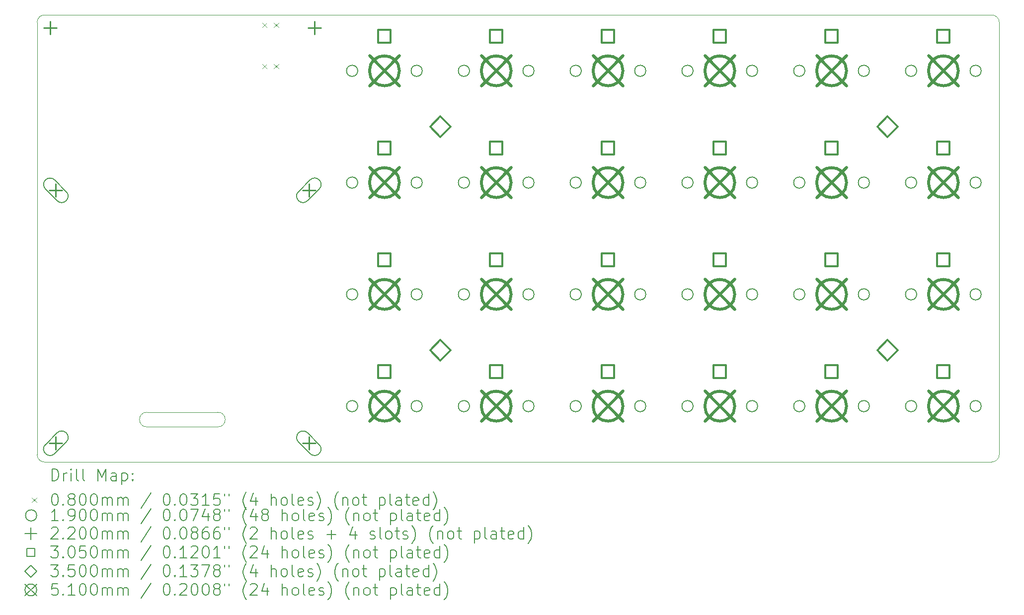
<source format=gbr>
%TF.GenerationSoftware,KiCad,Pcbnew,7.0.5*%
%TF.CreationDate,2024-08-02T09:59:57+08:00*%
%TF.ProjectId,TPS,5450532e-6b69-4636-9164-5f7063625858,rev?*%
%TF.SameCoordinates,Original*%
%TF.FileFunction,Drillmap*%
%TF.FilePolarity,Positive*%
%FSLAX45Y45*%
G04 Gerber Fmt 4.5, Leading zero omitted, Abs format (unit mm)*
G04 Created by KiCad (PCBNEW 7.0.5) date 2024-08-02 09:59:57*
%MOMM*%
%LPD*%
G01*
G04 APERTURE LIST*
%ADD10C,0.100000*%
%ADD11C,0.120000*%
%ADD12C,0.200000*%
%ADD13C,0.080000*%
%ADD14C,0.190000*%
%ADD15C,0.220000*%
%ADD16C,0.305000*%
%ADD17C,0.350000*%
%ADD18C,0.510000*%
G04 APERTURE END LIST*
D10*
X6927100Y-9921300D02*
X5716800Y-9921300D01*
D11*
X20115500Y-2900000D02*
X3973100Y-2900000D01*
X3846100Y-10393000D02*
G75*
G03*
X3973100Y-10520000I127000J0D01*
G01*
X3973100Y-2900000D02*
G75*
G03*
X3846100Y-3027000I0J-127000D01*
G01*
X20242500Y-10393000D02*
X20242500Y-3027000D01*
D10*
X6927100Y-9921300D02*
G75*
G03*
X6927100Y-9671300I0J125000D01*
G01*
D11*
X20115500Y-10520000D02*
X3973100Y-10520000D01*
X3846100Y-3027000D02*
X3846100Y-10393000D01*
X20115500Y-10520000D02*
G75*
G03*
X20242500Y-10393000I0J127000D01*
G01*
D10*
X5716800Y-9671300D02*
G75*
G03*
X5716800Y-9921300I0J-125000D01*
G01*
D11*
X20242500Y-3027000D02*
G75*
G03*
X20115500Y-2900000I-127000J0D01*
G01*
D10*
X6927100Y-9671300D02*
X5716800Y-9671300D01*
D12*
D13*
X7681400Y-3035000D02*
X7761400Y-3115000D01*
X7761400Y-3035000D02*
X7681400Y-3115000D01*
X7681400Y-3735000D02*
X7761400Y-3815000D01*
X7761400Y-3735000D02*
X7681400Y-3815000D01*
X7881400Y-3035000D02*
X7961400Y-3115000D01*
X7961400Y-3035000D02*
X7881400Y-3115000D01*
X7881400Y-3735000D02*
X7961400Y-3815000D01*
X7961400Y-3735000D02*
X7881400Y-3815000D01*
D14*
X9310000Y-3852500D02*
G75*
G03*
X9310000Y-3852500I-95000J0D01*
G01*
X9310000Y-5757500D02*
G75*
G03*
X9310000Y-5757500I-95000J0D01*
G01*
X9310000Y-7662500D02*
G75*
G03*
X9310000Y-7662500I-95000J0D01*
G01*
X9310000Y-9567500D02*
G75*
G03*
X9310000Y-9567500I-95000J0D01*
G01*
X10410000Y-3852500D02*
G75*
G03*
X10410000Y-3852500I-95000J0D01*
G01*
X10410000Y-5757500D02*
G75*
G03*
X10410000Y-5757500I-95000J0D01*
G01*
X10410000Y-7662500D02*
G75*
G03*
X10410000Y-7662500I-95000J0D01*
G01*
X10410000Y-9567500D02*
G75*
G03*
X10410000Y-9567500I-95000J0D01*
G01*
X11215000Y-3852500D02*
G75*
G03*
X11215000Y-3852500I-95000J0D01*
G01*
X11215000Y-5757500D02*
G75*
G03*
X11215000Y-5757500I-95000J0D01*
G01*
X11215000Y-7662500D02*
G75*
G03*
X11215000Y-7662500I-95000J0D01*
G01*
X11215000Y-9567500D02*
G75*
G03*
X11215000Y-9567500I-95000J0D01*
G01*
X12315000Y-3852500D02*
G75*
G03*
X12315000Y-3852500I-95000J0D01*
G01*
X12315000Y-5757500D02*
G75*
G03*
X12315000Y-5757500I-95000J0D01*
G01*
X12315000Y-7662500D02*
G75*
G03*
X12315000Y-7662500I-95000J0D01*
G01*
X12315000Y-9567500D02*
G75*
G03*
X12315000Y-9567500I-95000J0D01*
G01*
X13120000Y-3852500D02*
G75*
G03*
X13120000Y-3852500I-95000J0D01*
G01*
X13120000Y-5757500D02*
G75*
G03*
X13120000Y-5757500I-95000J0D01*
G01*
X13120000Y-7662500D02*
G75*
G03*
X13120000Y-7662500I-95000J0D01*
G01*
X13120000Y-9567500D02*
G75*
G03*
X13120000Y-9567500I-95000J0D01*
G01*
X14220000Y-3852500D02*
G75*
G03*
X14220000Y-3852500I-95000J0D01*
G01*
X14220000Y-5757500D02*
G75*
G03*
X14220000Y-5757500I-95000J0D01*
G01*
X14220000Y-7662500D02*
G75*
G03*
X14220000Y-7662500I-95000J0D01*
G01*
X14220000Y-9567500D02*
G75*
G03*
X14220000Y-9567500I-95000J0D01*
G01*
X15025000Y-3852500D02*
G75*
G03*
X15025000Y-3852500I-95000J0D01*
G01*
X15025000Y-5757500D02*
G75*
G03*
X15025000Y-5757500I-95000J0D01*
G01*
X15025000Y-7662500D02*
G75*
G03*
X15025000Y-7662500I-95000J0D01*
G01*
X15025000Y-9567500D02*
G75*
G03*
X15025000Y-9567500I-95000J0D01*
G01*
X16125000Y-3852500D02*
G75*
G03*
X16125000Y-3852500I-95000J0D01*
G01*
X16125000Y-5757500D02*
G75*
G03*
X16125000Y-5757500I-95000J0D01*
G01*
X16125000Y-7662500D02*
G75*
G03*
X16125000Y-7662500I-95000J0D01*
G01*
X16125000Y-9567500D02*
G75*
G03*
X16125000Y-9567500I-95000J0D01*
G01*
X16930000Y-3852500D02*
G75*
G03*
X16930000Y-3852500I-95000J0D01*
G01*
X16930000Y-5757500D02*
G75*
G03*
X16930000Y-5757500I-95000J0D01*
G01*
X16930000Y-7662500D02*
G75*
G03*
X16930000Y-7662500I-95000J0D01*
G01*
X16930000Y-9567500D02*
G75*
G03*
X16930000Y-9567500I-95000J0D01*
G01*
X18030000Y-3852500D02*
G75*
G03*
X18030000Y-3852500I-95000J0D01*
G01*
X18030000Y-5757500D02*
G75*
G03*
X18030000Y-5757500I-95000J0D01*
G01*
X18030000Y-7662500D02*
G75*
G03*
X18030000Y-7662500I-95000J0D01*
G01*
X18030000Y-9567500D02*
G75*
G03*
X18030000Y-9567500I-95000J0D01*
G01*
X18835000Y-3852500D02*
G75*
G03*
X18835000Y-3852500I-95000J0D01*
G01*
X18835000Y-5757500D02*
G75*
G03*
X18835000Y-5757500I-95000J0D01*
G01*
X18835000Y-7662500D02*
G75*
G03*
X18835000Y-7662500I-95000J0D01*
G01*
X18835000Y-9567500D02*
G75*
G03*
X18835000Y-9567500I-95000J0D01*
G01*
X19935000Y-3852500D02*
G75*
G03*
X19935000Y-3852500I-95000J0D01*
G01*
X19935000Y-5757500D02*
G75*
G03*
X19935000Y-5757500I-95000J0D01*
G01*
X19935000Y-7662500D02*
G75*
G03*
X19935000Y-7662500I-95000J0D01*
G01*
X19935000Y-9567500D02*
G75*
G03*
X19935000Y-9567500I-95000J0D01*
G01*
D15*
X4066100Y-3010000D02*
X4066100Y-3230000D01*
X3956100Y-3120000D02*
X4176100Y-3120000D01*
X4166100Y-5778600D02*
X4166100Y-5998600D01*
X4056100Y-5888600D02*
X4276100Y-5888600D01*
D12*
X4342877Y-5909813D02*
X4144887Y-5711823D01*
X4144887Y-5711823D02*
G75*
G03*
X3989323Y-5867387I-77782J-77782D01*
G01*
X3989323Y-5867387D02*
X4187313Y-6065377D01*
X4187313Y-6065377D02*
G75*
G03*
X4342877Y-5909813I77782J77782D01*
G01*
D15*
X4166100Y-10090000D02*
X4166100Y-10310000D01*
X4056100Y-10200000D02*
X4276100Y-10200000D01*
D12*
X4187313Y-10023223D02*
X3989323Y-10221213D01*
X3989323Y-10221213D02*
G75*
G03*
X4144887Y-10376777I77782J-77782D01*
G01*
X4144887Y-10376777D02*
X4342877Y-10178787D01*
X4342877Y-10178787D02*
G75*
G03*
X4187313Y-10023223I-77782J77782D01*
G01*
D15*
X8477500Y-5778600D02*
X8477500Y-5998600D01*
X8367500Y-5888600D02*
X8587500Y-5888600D01*
D12*
X8456287Y-6065377D02*
X8654277Y-5867387D01*
X8654277Y-5867387D02*
G75*
G03*
X8498713Y-5711823I-77782J77782D01*
G01*
X8498713Y-5711823D02*
X8300723Y-5909813D01*
X8300723Y-5909813D02*
G75*
G03*
X8456287Y-6065377I77782J-77782D01*
G01*
D15*
X8477500Y-10090000D02*
X8477500Y-10310000D01*
X8367500Y-10200000D02*
X8587500Y-10200000D01*
D12*
X8654277Y-10221213D02*
X8456287Y-10023223D01*
X8456287Y-10023223D02*
G75*
G03*
X8300723Y-10178787I-77782J-77782D01*
G01*
X8300723Y-10178787D02*
X8498713Y-10376777D01*
X8498713Y-10376777D02*
G75*
G03*
X8654277Y-10221213I77782J77782D01*
G01*
D15*
X8577500Y-3010000D02*
X8577500Y-3230000D01*
X8467500Y-3120000D02*
X8687500Y-3120000D01*
D16*
X9872835Y-3370335D02*
X9872835Y-3154665D01*
X9657165Y-3154665D01*
X9657165Y-3370335D01*
X9872835Y-3370335D01*
X9872835Y-5275335D02*
X9872835Y-5059665D01*
X9657165Y-5059665D01*
X9657165Y-5275335D01*
X9872835Y-5275335D01*
X9872835Y-7180335D02*
X9872835Y-6964665D01*
X9657165Y-6964665D01*
X9657165Y-7180335D01*
X9872835Y-7180335D01*
X9872835Y-9085335D02*
X9872835Y-8869665D01*
X9657165Y-8869665D01*
X9657165Y-9085335D01*
X9872835Y-9085335D01*
X11777835Y-3370335D02*
X11777835Y-3154665D01*
X11562165Y-3154665D01*
X11562165Y-3370335D01*
X11777835Y-3370335D01*
X11777835Y-5275335D02*
X11777835Y-5059665D01*
X11562165Y-5059665D01*
X11562165Y-5275335D01*
X11777835Y-5275335D01*
X11777835Y-7180335D02*
X11777835Y-6964665D01*
X11562165Y-6964665D01*
X11562165Y-7180335D01*
X11777835Y-7180335D01*
X11777835Y-9085335D02*
X11777835Y-8869665D01*
X11562165Y-8869665D01*
X11562165Y-9085335D01*
X11777835Y-9085335D01*
X13682835Y-3370335D02*
X13682835Y-3154665D01*
X13467165Y-3154665D01*
X13467165Y-3370335D01*
X13682835Y-3370335D01*
X13682835Y-5275335D02*
X13682835Y-5059665D01*
X13467165Y-5059665D01*
X13467165Y-5275335D01*
X13682835Y-5275335D01*
X13682835Y-7180335D02*
X13682835Y-6964665D01*
X13467165Y-6964665D01*
X13467165Y-7180335D01*
X13682835Y-7180335D01*
X13682835Y-9085335D02*
X13682835Y-8869665D01*
X13467165Y-8869665D01*
X13467165Y-9085335D01*
X13682835Y-9085335D01*
X15587835Y-3370335D02*
X15587835Y-3154665D01*
X15372165Y-3154665D01*
X15372165Y-3370335D01*
X15587835Y-3370335D01*
X15587835Y-5275335D02*
X15587835Y-5059665D01*
X15372165Y-5059665D01*
X15372165Y-5275335D01*
X15587835Y-5275335D01*
X15587835Y-7180335D02*
X15587835Y-6964665D01*
X15372165Y-6964665D01*
X15372165Y-7180335D01*
X15587835Y-7180335D01*
X15587835Y-9085335D02*
X15587835Y-8869665D01*
X15372165Y-8869665D01*
X15372165Y-9085335D01*
X15587835Y-9085335D01*
X17492835Y-3370335D02*
X17492835Y-3154665D01*
X17277165Y-3154665D01*
X17277165Y-3370335D01*
X17492835Y-3370335D01*
X17492835Y-5275335D02*
X17492835Y-5059665D01*
X17277165Y-5059665D01*
X17277165Y-5275335D01*
X17492835Y-5275335D01*
X17492835Y-7180335D02*
X17492835Y-6964665D01*
X17277165Y-6964665D01*
X17277165Y-7180335D01*
X17492835Y-7180335D01*
X17492835Y-9085335D02*
X17492835Y-8869665D01*
X17277165Y-8869665D01*
X17277165Y-9085335D01*
X17492835Y-9085335D01*
X19397835Y-3370335D02*
X19397835Y-3154665D01*
X19182165Y-3154665D01*
X19182165Y-3370335D01*
X19397835Y-3370335D01*
X19397835Y-5275335D02*
X19397835Y-5059665D01*
X19182165Y-5059665D01*
X19182165Y-5275335D01*
X19397835Y-5275335D01*
X19397835Y-7180335D02*
X19397835Y-6964665D01*
X19182165Y-6964665D01*
X19182165Y-7180335D01*
X19397835Y-7180335D01*
X19397835Y-9085335D02*
X19397835Y-8869665D01*
X19182165Y-8869665D01*
X19182165Y-9085335D01*
X19397835Y-9085335D01*
D17*
X10717500Y-4980000D02*
X10892500Y-4805000D01*
X10717500Y-4630000D01*
X10542500Y-4805000D01*
X10717500Y-4980000D01*
X10717500Y-8790000D02*
X10892500Y-8615000D01*
X10717500Y-8440000D01*
X10542500Y-8615000D01*
X10717500Y-8790000D01*
X18337500Y-4980000D02*
X18512500Y-4805000D01*
X18337500Y-4630000D01*
X18162500Y-4805000D01*
X18337500Y-4980000D01*
X18337500Y-8790000D02*
X18512500Y-8615000D01*
X18337500Y-8440000D01*
X18162500Y-8615000D01*
X18337500Y-8790000D01*
D18*
X9510000Y-3597500D02*
X10020000Y-4107500D01*
X10020000Y-3597500D02*
X9510000Y-4107500D01*
X10020000Y-3852500D02*
G75*
G03*
X10020000Y-3852500I-255000J0D01*
G01*
X9510000Y-5502500D02*
X10020000Y-6012500D01*
X10020000Y-5502500D02*
X9510000Y-6012500D01*
X10020000Y-5757500D02*
G75*
G03*
X10020000Y-5757500I-255000J0D01*
G01*
X9510000Y-7407500D02*
X10020000Y-7917500D01*
X10020000Y-7407500D02*
X9510000Y-7917500D01*
X10020000Y-7662500D02*
G75*
G03*
X10020000Y-7662500I-255000J0D01*
G01*
X9510000Y-9312500D02*
X10020000Y-9822500D01*
X10020000Y-9312500D02*
X9510000Y-9822500D01*
X10020000Y-9567500D02*
G75*
G03*
X10020000Y-9567500I-255000J0D01*
G01*
X11415000Y-3597500D02*
X11925000Y-4107500D01*
X11925000Y-3597500D02*
X11415000Y-4107500D01*
X11925000Y-3852500D02*
G75*
G03*
X11925000Y-3852500I-255000J0D01*
G01*
X11415000Y-5502500D02*
X11925000Y-6012500D01*
X11925000Y-5502500D02*
X11415000Y-6012500D01*
X11925000Y-5757500D02*
G75*
G03*
X11925000Y-5757500I-255000J0D01*
G01*
X11415000Y-7407500D02*
X11925000Y-7917500D01*
X11925000Y-7407500D02*
X11415000Y-7917500D01*
X11925000Y-7662500D02*
G75*
G03*
X11925000Y-7662500I-255000J0D01*
G01*
X11415000Y-9312500D02*
X11925000Y-9822500D01*
X11925000Y-9312500D02*
X11415000Y-9822500D01*
X11925000Y-9567500D02*
G75*
G03*
X11925000Y-9567500I-255000J0D01*
G01*
X13320000Y-3597500D02*
X13830000Y-4107500D01*
X13830000Y-3597500D02*
X13320000Y-4107500D01*
X13830000Y-3852500D02*
G75*
G03*
X13830000Y-3852500I-255000J0D01*
G01*
X13320000Y-5502500D02*
X13830000Y-6012500D01*
X13830000Y-5502500D02*
X13320000Y-6012500D01*
X13830000Y-5757500D02*
G75*
G03*
X13830000Y-5757500I-255000J0D01*
G01*
X13320000Y-7407500D02*
X13830000Y-7917500D01*
X13830000Y-7407500D02*
X13320000Y-7917500D01*
X13830000Y-7662500D02*
G75*
G03*
X13830000Y-7662500I-255000J0D01*
G01*
X13320000Y-9312500D02*
X13830000Y-9822500D01*
X13830000Y-9312500D02*
X13320000Y-9822500D01*
X13830000Y-9567500D02*
G75*
G03*
X13830000Y-9567500I-255000J0D01*
G01*
X15225000Y-3597500D02*
X15735000Y-4107500D01*
X15735000Y-3597500D02*
X15225000Y-4107500D01*
X15735000Y-3852500D02*
G75*
G03*
X15735000Y-3852500I-255000J0D01*
G01*
X15225000Y-5502500D02*
X15735000Y-6012500D01*
X15735000Y-5502500D02*
X15225000Y-6012500D01*
X15735000Y-5757500D02*
G75*
G03*
X15735000Y-5757500I-255000J0D01*
G01*
X15225000Y-7407500D02*
X15735000Y-7917500D01*
X15735000Y-7407500D02*
X15225000Y-7917500D01*
X15735000Y-7662500D02*
G75*
G03*
X15735000Y-7662500I-255000J0D01*
G01*
X15225000Y-9312500D02*
X15735000Y-9822500D01*
X15735000Y-9312500D02*
X15225000Y-9822500D01*
X15735000Y-9567500D02*
G75*
G03*
X15735000Y-9567500I-255000J0D01*
G01*
X17130000Y-3597500D02*
X17640000Y-4107500D01*
X17640000Y-3597500D02*
X17130000Y-4107500D01*
X17640000Y-3852500D02*
G75*
G03*
X17640000Y-3852500I-255000J0D01*
G01*
X17130000Y-5502500D02*
X17640000Y-6012500D01*
X17640000Y-5502500D02*
X17130000Y-6012500D01*
X17640000Y-5757500D02*
G75*
G03*
X17640000Y-5757500I-255000J0D01*
G01*
X17130000Y-7407500D02*
X17640000Y-7917500D01*
X17640000Y-7407500D02*
X17130000Y-7917500D01*
X17640000Y-7662500D02*
G75*
G03*
X17640000Y-7662500I-255000J0D01*
G01*
X17130000Y-9312500D02*
X17640000Y-9822500D01*
X17640000Y-9312500D02*
X17130000Y-9822500D01*
X17640000Y-9567500D02*
G75*
G03*
X17640000Y-9567500I-255000J0D01*
G01*
X19035000Y-3597500D02*
X19545000Y-4107500D01*
X19545000Y-3597500D02*
X19035000Y-4107500D01*
X19545000Y-3852500D02*
G75*
G03*
X19545000Y-3852500I-255000J0D01*
G01*
X19035000Y-5502500D02*
X19545000Y-6012500D01*
X19545000Y-5502500D02*
X19035000Y-6012500D01*
X19545000Y-5757500D02*
G75*
G03*
X19545000Y-5757500I-255000J0D01*
G01*
X19035000Y-7407500D02*
X19545000Y-7917500D01*
X19545000Y-7407500D02*
X19035000Y-7917500D01*
X19545000Y-7662500D02*
G75*
G03*
X19545000Y-7662500I-255000J0D01*
G01*
X19035000Y-9312500D02*
X19545000Y-9822500D01*
X19545000Y-9312500D02*
X19035000Y-9822500D01*
X19545000Y-9567500D02*
G75*
G03*
X19545000Y-9567500I-255000J0D01*
G01*
D12*
X4100877Y-10837484D02*
X4100877Y-10637484D01*
X4100877Y-10637484D02*
X4148496Y-10637484D01*
X4148496Y-10637484D02*
X4177067Y-10647008D01*
X4177067Y-10647008D02*
X4196115Y-10666055D01*
X4196115Y-10666055D02*
X4205639Y-10685103D01*
X4205639Y-10685103D02*
X4215163Y-10723198D01*
X4215163Y-10723198D02*
X4215163Y-10751770D01*
X4215163Y-10751770D02*
X4205639Y-10789865D01*
X4205639Y-10789865D02*
X4196115Y-10808912D01*
X4196115Y-10808912D02*
X4177067Y-10827960D01*
X4177067Y-10827960D02*
X4148496Y-10837484D01*
X4148496Y-10837484D02*
X4100877Y-10837484D01*
X4300877Y-10837484D02*
X4300877Y-10704150D01*
X4300877Y-10742246D02*
X4310401Y-10723198D01*
X4310401Y-10723198D02*
X4319924Y-10713674D01*
X4319924Y-10713674D02*
X4338972Y-10704150D01*
X4338972Y-10704150D02*
X4358020Y-10704150D01*
X4424686Y-10837484D02*
X4424686Y-10704150D01*
X4424686Y-10637484D02*
X4415163Y-10647008D01*
X4415163Y-10647008D02*
X4424686Y-10656531D01*
X4424686Y-10656531D02*
X4434210Y-10647008D01*
X4434210Y-10647008D02*
X4424686Y-10637484D01*
X4424686Y-10637484D02*
X4424686Y-10656531D01*
X4548496Y-10837484D02*
X4529448Y-10827960D01*
X4529448Y-10827960D02*
X4519924Y-10808912D01*
X4519924Y-10808912D02*
X4519924Y-10637484D01*
X4653258Y-10837484D02*
X4634210Y-10827960D01*
X4634210Y-10827960D02*
X4624686Y-10808912D01*
X4624686Y-10808912D02*
X4624686Y-10637484D01*
X4881829Y-10837484D02*
X4881829Y-10637484D01*
X4881829Y-10637484D02*
X4948496Y-10780341D01*
X4948496Y-10780341D02*
X5015163Y-10637484D01*
X5015163Y-10637484D02*
X5015163Y-10837484D01*
X5196115Y-10837484D02*
X5196115Y-10732722D01*
X5196115Y-10732722D02*
X5186591Y-10713674D01*
X5186591Y-10713674D02*
X5167544Y-10704150D01*
X5167544Y-10704150D02*
X5129448Y-10704150D01*
X5129448Y-10704150D02*
X5110401Y-10713674D01*
X5196115Y-10827960D02*
X5177067Y-10837484D01*
X5177067Y-10837484D02*
X5129448Y-10837484D01*
X5129448Y-10837484D02*
X5110401Y-10827960D01*
X5110401Y-10827960D02*
X5100877Y-10808912D01*
X5100877Y-10808912D02*
X5100877Y-10789865D01*
X5100877Y-10789865D02*
X5110401Y-10770817D01*
X5110401Y-10770817D02*
X5129448Y-10761293D01*
X5129448Y-10761293D02*
X5177067Y-10761293D01*
X5177067Y-10761293D02*
X5196115Y-10751770D01*
X5291353Y-10704150D02*
X5291353Y-10904150D01*
X5291353Y-10713674D02*
X5310401Y-10704150D01*
X5310401Y-10704150D02*
X5348496Y-10704150D01*
X5348496Y-10704150D02*
X5367544Y-10713674D01*
X5367544Y-10713674D02*
X5377067Y-10723198D01*
X5377067Y-10723198D02*
X5386591Y-10742246D01*
X5386591Y-10742246D02*
X5386591Y-10799389D01*
X5386591Y-10799389D02*
X5377067Y-10818436D01*
X5377067Y-10818436D02*
X5367544Y-10827960D01*
X5367544Y-10827960D02*
X5348496Y-10837484D01*
X5348496Y-10837484D02*
X5310401Y-10837484D01*
X5310401Y-10837484D02*
X5291353Y-10827960D01*
X5472305Y-10818436D02*
X5481829Y-10827960D01*
X5481829Y-10827960D02*
X5472305Y-10837484D01*
X5472305Y-10837484D02*
X5462782Y-10827960D01*
X5462782Y-10827960D02*
X5472305Y-10818436D01*
X5472305Y-10818436D02*
X5472305Y-10837484D01*
X5472305Y-10713674D02*
X5481829Y-10723198D01*
X5481829Y-10723198D02*
X5472305Y-10732722D01*
X5472305Y-10732722D02*
X5462782Y-10723198D01*
X5462782Y-10723198D02*
X5472305Y-10713674D01*
X5472305Y-10713674D02*
X5472305Y-10732722D01*
D13*
X3760100Y-11126000D02*
X3840100Y-11206000D01*
X3840100Y-11126000D02*
X3760100Y-11206000D01*
D12*
X4138972Y-11057484D02*
X4158020Y-11057484D01*
X4158020Y-11057484D02*
X4177067Y-11067008D01*
X4177067Y-11067008D02*
X4186591Y-11076531D01*
X4186591Y-11076531D02*
X4196115Y-11095579D01*
X4196115Y-11095579D02*
X4205639Y-11133674D01*
X4205639Y-11133674D02*
X4205639Y-11181293D01*
X4205639Y-11181293D02*
X4196115Y-11219388D01*
X4196115Y-11219388D02*
X4186591Y-11238436D01*
X4186591Y-11238436D02*
X4177067Y-11247960D01*
X4177067Y-11247960D02*
X4158020Y-11257484D01*
X4158020Y-11257484D02*
X4138972Y-11257484D01*
X4138972Y-11257484D02*
X4119924Y-11247960D01*
X4119924Y-11247960D02*
X4110401Y-11238436D01*
X4110401Y-11238436D02*
X4100877Y-11219388D01*
X4100877Y-11219388D02*
X4091353Y-11181293D01*
X4091353Y-11181293D02*
X4091353Y-11133674D01*
X4091353Y-11133674D02*
X4100877Y-11095579D01*
X4100877Y-11095579D02*
X4110401Y-11076531D01*
X4110401Y-11076531D02*
X4119924Y-11067008D01*
X4119924Y-11067008D02*
X4138972Y-11057484D01*
X4291353Y-11238436D02*
X4300877Y-11247960D01*
X4300877Y-11247960D02*
X4291353Y-11257484D01*
X4291353Y-11257484D02*
X4281829Y-11247960D01*
X4281829Y-11247960D02*
X4291353Y-11238436D01*
X4291353Y-11238436D02*
X4291353Y-11257484D01*
X4415163Y-11143198D02*
X4396115Y-11133674D01*
X4396115Y-11133674D02*
X4386591Y-11124150D01*
X4386591Y-11124150D02*
X4377067Y-11105103D01*
X4377067Y-11105103D02*
X4377067Y-11095579D01*
X4377067Y-11095579D02*
X4386591Y-11076531D01*
X4386591Y-11076531D02*
X4396115Y-11067008D01*
X4396115Y-11067008D02*
X4415163Y-11057484D01*
X4415163Y-11057484D02*
X4453258Y-11057484D01*
X4453258Y-11057484D02*
X4472305Y-11067008D01*
X4472305Y-11067008D02*
X4481829Y-11076531D01*
X4481829Y-11076531D02*
X4491353Y-11095579D01*
X4491353Y-11095579D02*
X4491353Y-11105103D01*
X4491353Y-11105103D02*
X4481829Y-11124150D01*
X4481829Y-11124150D02*
X4472305Y-11133674D01*
X4472305Y-11133674D02*
X4453258Y-11143198D01*
X4453258Y-11143198D02*
X4415163Y-11143198D01*
X4415163Y-11143198D02*
X4396115Y-11152722D01*
X4396115Y-11152722D02*
X4386591Y-11162246D01*
X4386591Y-11162246D02*
X4377067Y-11181293D01*
X4377067Y-11181293D02*
X4377067Y-11219388D01*
X4377067Y-11219388D02*
X4386591Y-11238436D01*
X4386591Y-11238436D02*
X4396115Y-11247960D01*
X4396115Y-11247960D02*
X4415163Y-11257484D01*
X4415163Y-11257484D02*
X4453258Y-11257484D01*
X4453258Y-11257484D02*
X4472305Y-11247960D01*
X4472305Y-11247960D02*
X4481829Y-11238436D01*
X4481829Y-11238436D02*
X4491353Y-11219388D01*
X4491353Y-11219388D02*
X4491353Y-11181293D01*
X4491353Y-11181293D02*
X4481829Y-11162246D01*
X4481829Y-11162246D02*
X4472305Y-11152722D01*
X4472305Y-11152722D02*
X4453258Y-11143198D01*
X4615163Y-11057484D02*
X4634210Y-11057484D01*
X4634210Y-11057484D02*
X4653258Y-11067008D01*
X4653258Y-11067008D02*
X4662782Y-11076531D01*
X4662782Y-11076531D02*
X4672305Y-11095579D01*
X4672305Y-11095579D02*
X4681829Y-11133674D01*
X4681829Y-11133674D02*
X4681829Y-11181293D01*
X4681829Y-11181293D02*
X4672305Y-11219388D01*
X4672305Y-11219388D02*
X4662782Y-11238436D01*
X4662782Y-11238436D02*
X4653258Y-11247960D01*
X4653258Y-11247960D02*
X4634210Y-11257484D01*
X4634210Y-11257484D02*
X4615163Y-11257484D01*
X4615163Y-11257484D02*
X4596115Y-11247960D01*
X4596115Y-11247960D02*
X4586591Y-11238436D01*
X4586591Y-11238436D02*
X4577067Y-11219388D01*
X4577067Y-11219388D02*
X4567544Y-11181293D01*
X4567544Y-11181293D02*
X4567544Y-11133674D01*
X4567544Y-11133674D02*
X4577067Y-11095579D01*
X4577067Y-11095579D02*
X4586591Y-11076531D01*
X4586591Y-11076531D02*
X4596115Y-11067008D01*
X4596115Y-11067008D02*
X4615163Y-11057484D01*
X4805639Y-11057484D02*
X4824686Y-11057484D01*
X4824686Y-11057484D02*
X4843734Y-11067008D01*
X4843734Y-11067008D02*
X4853258Y-11076531D01*
X4853258Y-11076531D02*
X4862782Y-11095579D01*
X4862782Y-11095579D02*
X4872305Y-11133674D01*
X4872305Y-11133674D02*
X4872305Y-11181293D01*
X4872305Y-11181293D02*
X4862782Y-11219388D01*
X4862782Y-11219388D02*
X4853258Y-11238436D01*
X4853258Y-11238436D02*
X4843734Y-11247960D01*
X4843734Y-11247960D02*
X4824686Y-11257484D01*
X4824686Y-11257484D02*
X4805639Y-11257484D01*
X4805639Y-11257484D02*
X4786591Y-11247960D01*
X4786591Y-11247960D02*
X4777067Y-11238436D01*
X4777067Y-11238436D02*
X4767544Y-11219388D01*
X4767544Y-11219388D02*
X4758020Y-11181293D01*
X4758020Y-11181293D02*
X4758020Y-11133674D01*
X4758020Y-11133674D02*
X4767544Y-11095579D01*
X4767544Y-11095579D02*
X4777067Y-11076531D01*
X4777067Y-11076531D02*
X4786591Y-11067008D01*
X4786591Y-11067008D02*
X4805639Y-11057484D01*
X4958020Y-11257484D02*
X4958020Y-11124150D01*
X4958020Y-11143198D02*
X4967544Y-11133674D01*
X4967544Y-11133674D02*
X4986591Y-11124150D01*
X4986591Y-11124150D02*
X5015163Y-11124150D01*
X5015163Y-11124150D02*
X5034210Y-11133674D01*
X5034210Y-11133674D02*
X5043734Y-11152722D01*
X5043734Y-11152722D02*
X5043734Y-11257484D01*
X5043734Y-11152722D02*
X5053258Y-11133674D01*
X5053258Y-11133674D02*
X5072305Y-11124150D01*
X5072305Y-11124150D02*
X5100877Y-11124150D01*
X5100877Y-11124150D02*
X5119925Y-11133674D01*
X5119925Y-11133674D02*
X5129448Y-11152722D01*
X5129448Y-11152722D02*
X5129448Y-11257484D01*
X5224686Y-11257484D02*
X5224686Y-11124150D01*
X5224686Y-11143198D02*
X5234210Y-11133674D01*
X5234210Y-11133674D02*
X5253258Y-11124150D01*
X5253258Y-11124150D02*
X5281829Y-11124150D01*
X5281829Y-11124150D02*
X5300877Y-11133674D01*
X5300877Y-11133674D02*
X5310401Y-11152722D01*
X5310401Y-11152722D02*
X5310401Y-11257484D01*
X5310401Y-11152722D02*
X5319925Y-11133674D01*
X5319925Y-11133674D02*
X5338972Y-11124150D01*
X5338972Y-11124150D02*
X5367544Y-11124150D01*
X5367544Y-11124150D02*
X5386591Y-11133674D01*
X5386591Y-11133674D02*
X5396115Y-11152722D01*
X5396115Y-11152722D02*
X5396115Y-11257484D01*
X5786591Y-11047960D02*
X5615163Y-11305103D01*
X6043734Y-11057484D02*
X6062782Y-11057484D01*
X6062782Y-11057484D02*
X6081829Y-11067008D01*
X6081829Y-11067008D02*
X6091353Y-11076531D01*
X6091353Y-11076531D02*
X6100877Y-11095579D01*
X6100877Y-11095579D02*
X6110401Y-11133674D01*
X6110401Y-11133674D02*
X6110401Y-11181293D01*
X6110401Y-11181293D02*
X6100877Y-11219388D01*
X6100877Y-11219388D02*
X6091353Y-11238436D01*
X6091353Y-11238436D02*
X6081829Y-11247960D01*
X6081829Y-11247960D02*
X6062782Y-11257484D01*
X6062782Y-11257484D02*
X6043734Y-11257484D01*
X6043734Y-11257484D02*
X6024686Y-11247960D01*
X6024686Y-11247960D02*
X6015163Y-11238436D01*
X6015163Y-11238436D02*
X6005639Y-11219388D01*
X6005639Y-11219388D02*
X5996115Y-11181293D01*
X5996115Y-11181293D02*
X5996115Y-11133674D01*
X5996115Y-11133674D02*
X6005639Y-11095579D01*
X6005639Y-11095579D02*
X6015163Y-11076531D01*
X6015163Y-11076531D02*
X6024686Y-11067008D01*
X6024686Y-11067008D02*
X6043734Y-11057484D01*
X6196115Y-11238436D02*
X6205639Y-11247960D01*
X6205639Y-11247960D02*
X6196115Y-11257484D01*
X6196115Y-11257484D02*
X6186591Y-11247960D01*
X6186591Y-11247960D02*
X6196115Y-11238436D01*
X6196115Y-11238436D02*
X6196115Y-11257484D01*
X6329448Y-11057484D02*
X6348496Y-11057484D01*
X6348496Y-11057484D02*
X6367544Y-11067008D01*
X6367544Y-11067008D02*
X6377067Y-11076531D01*
X6377067Y-11076531D02*
X6386591Y-11095579D01*
X6386591Y-11095579D02*
X6396115Y-11133674D01*
X6396115Y-11133674D02*
X6396115Y-11181293D01*
X6396115Y-11181293D02*
X6386591Y-11219388D01*
X6386591Y-11219388D02*
X6377067Y-11238436D01*
X6377067Y-11238436D02*
X6367544Y-11247960D01*
X6367544Y-11247960D02*
X6348496Y-11257484D01*
X6348496Y-11257484D02*
X6329448Y-11257484D01*
X6329448Y-11257484D02*
X6310401Y-11247960D01*
X6310401Y-11247960D02*
X6300877Y-11238436D01*
X6300877Y-11238436D02*
X6291353Y-11219388D01*
X6291353Y-11219388D02*
X6281829Y-11181293D01*
X6281829Y-11181293D02*
X6281829Y-11133674D01*
X6281829Y-11133674D02*
X6291353Y-11095579D01*
X6291353Y-11095579D02*
X6300877Y-11076531D01*
X6300877Y-11076531D02*
X6310401Y-11067008D01*
X6310401Y-11067008D02*
X6329448Y-11057484D01*
X6462782Y-11057484D02*
X6586591Y-11057484D01*
X6586591Y-11057484D02*
X6519925Y-11133674D01*
X6519925Y-11133674D02*
X6548496Y-11133674D01*
X6548496Y-11133674D02*
X6567544Y-11143198D01*
X6567544Y-11143198D02*
X6577067Y-11152722D01*
X6577067Y-11152722D02*
X6586591Y-11171770D01*
X6586591Y-11171770D02*
X6586591Y-11219388D01*
X6586591Y-11219388D02*
X6577067Y-11238436D01*
X6577067Y-11238436D02*
X6567544Y-11247960D01*
X6567544Y-11247960D02*
X6548496Y-11257484D01*
X6548496Y-11257484D02*
X6491353Y-11257484D01*
X6491353Y-11257484D02*
X6472306Y-11247960D01*
X6472306Y-11247960D02*
X6462782Y-11238436D01*
X6777067Y-11257484D02*
X6662782Y-11257484D01*
X6719925Y-11257484D02*
X6719925Y-11057484D01*
X6719925Y-11057484D02*
X6700877Y-11086055D01*
X6700877Y-11086055D02*
X6681829Y-11105103D01*
X6681829Y-11105103D02*
X6662782Y-11114627D01*
X6958020Y-11057484D02*
X6862782Y-11057484D01*
X6862782Y-11057484D02*
X6853258Y-11152722D01*
X6853258Y-11152722D02*
X6862782Y-11143198D01*
X6862782Y-11143198D02*
X6881829Y-11133674D01*
X6881829Y-11133674D02*
X6929448Y-11133674D01*
X6929448Y-11133674D02*
X6948496Y-11143198D01*
X6948496Y-11143198D02*
X6958020Y-11152722D01*
X6958020Y-11152722D02*
X6967544Y-11171770D01*
X6967544Y-11171770D02*
X6967544Y-11219388D01*
X6967544Y-11219388D02*
X6958020Y-11238436D01*
X6958020Y-11238436D02*
X6948496Y-11247960D01*
X6948496Y-11247960D02*
X6929448Y-11257484D01*
X6929448Y-11257484D02*
X6881829Y-11257484D01*
X6881829Y-11257484D02*
X6862782Y-11247960D01*
X6862782Y-11247960D02*
X6853258Y-11238436D01*
X7043734Y-11057484D02*
X7043734Y-11095579D01*
X7119925Y-11057484D02*
X7119925Y-11095579D01*
X7415163Y-11333674D02*
X7405639Y-11324150D01*
X7405639Y-11324150D02*
X7386591Y-11295579D01*
X7386591Y-11295579D02*
X7377068Y-11276531D01*
X7377068Y-11276531D02*
X7367544Y-11247960D01*
X7367544Y-11247960D02*
X7358020Y-11200341D01*
X7358020Y-11200341D02*
X7358020Y-11162246D01*
X7358020Y-11162246D02*
X7367544Y-11114627D01*
X7367544Y-11114627D02*
X7377068Y-11086055D01*
X7377068Y-11086055D02*
X7386591Y-11067008D01*
X7386591Y-11067008D02*
X7405639Y-11038436D01*
X7405639Y-11038436D02*
X7415163Y-11028912D01*
X7577068Y-11124150D02*
X7577068Y-11257484D01*
X7529448Y-11047960D02*
X7481829Y-11190817D01*
X7481829Y-11190817D02*
X7605639Y-11190817D01*
X7834210Y-11257484D02*
X7834210Y-11057484D01*
X7919925Y-11257484D02*
X7919925Y-11152722D01*
X7919925Y-11152722D02*
X7910401Y-11133674D01*
X7910401Y-11133674D02*
X7891353Y-11124150D01*
X7891353Y-11124150D02*
X7862782Y-11124150D01*
X7862782Y-11124150D02*
X7843734Y-11133674D01*
X7843734Y-11133674D02*
X7834210Y-11143198D01*
X8043734Y-11257484D02*
X8024687Y-11247960D01*
X8024687Y-11247960D02*
X8015163Y-11238436D01*
X8015163Y-11238436D02*
X8005639Y-11219388D01*
X8005639Y-11219388D02*
X8005639Y-11162246D01*
X8005639Y-11162246D02*
X8015163Y-11143198D01*
X8015163Y-11143198D02*
X8024687Y-11133674D01*
X8024687Y-11133674D02*
X8043734Y-11124150D01*
X8043734Y-11124150D02*
X8072306Y-11124150D01*
X8072306Y-11124150D02*
X8091353Y-11133674D01*
X8091353Y-11133674D02*
X8100877Y-11143198D01*
X8100877Y-11143198D02*
X8110401Y-11162246D01*
X8110401Y-11162246D02*
X8110401Y-11219388D01*
X8110401Y-11219388D02*
X8100877Y-11238436D01*
X8100877Y-11238436D02*
X8091353Y-11247960D01*
X8091353Y-11247960D02*
X8072306Y-11257484D01*
X8072306Y-11257484D02*
X8043734Y-11257484D01*
X8224687Y-11257484D02*
X8205639Y-11247960D01*
X8205639Y-11247960D02*
X8196115Y-11228912D01*
X8196115Y-11228912D02*
X8196115Y-11057484D01*
X8377068Y-11247960D02*
X8358020Y-11257484D01*
X8358020Y-11257484D02*
X8319925Y-11257484D01*
X8319925Y-11257484D02*
X8300877Y-11247960D01*
X8300877Y-11247960D02*
X8291353Y-11228912D01*
X8291353Y-11228912D02*
X8291353Y-11152722D01*
X8291353Y-11152722D02*
X8300877Y-11133674D01*
X8300877Y-11133674D02*
X8319925Y-11124150D01*
X8319925Y-11124150D02*
X8358020Y-11124150D01*
X8358020Y-11124150D02*
X8377068Y-11133674D01*
X8377068Y-11133674D02*
X8386591Y-11152722D01*
X8386591Y-11152722D02*
X8386591Y-11171770D01*
X8386591Y-11171770D02*
X8291353Y-11190817D01*
X8462782Y-11247960D02*
X8481830Y-11257484D01*
X8481830Y-11257484D02*
X8519925Y-11257484D01*
X8519925Y-11257484D02*
X8538973Y-11247960D01*
X8538973Y-11247960D02*
X8548496Y-11228912D01*
X8548496Y-11228912D02*
X8548496Y-11219388D01*
X8548496Y-11219388D02*
X8538973Y-11200341D01*
X8538973Y-11200341D02*
X8519925Y-11190817D01*
X8519925Y-11190817D02*
X8491353Y-11190817D01*
X8491353Y-11190817D02*
X8472306Y-11181293D01*
X8472306Y-11181293D02*
X8462782Y-11162246D01*
X8462782Y-11162246D02*
X8462782Y-11152722D01*
X8462782Y-11152722D02*
X8472306Y-11133674D01*
X8472306Y-11133674D02*
X8491353Y-11124150D01*
X8491353Y-11124150D02*
X8519925Y-11124150D01*
X8519925Y-11124150D02*
X8538973Y-11133674D01*
X8615163Y-11333674D02*
X8624687Y-11324150D01*
X8624687Y-11324150D02*
X8643734Y-11295579D01*
X8643734Y-11295579D02*
X8653258Y-11276531D01*
X8653258Y-11276531D02*
X8662782Y-11247960D01*
X8662782Y-11247960D02*
X8672306Y-11200341D01*
X8672306Y-11200341D02*
X8672306Y-11162246D01*
X8672306Y-11162246D02*
X8662782Y-11114627D01*
X8662782Y-11114627D02*
X8653258Y-11086055D01*
X8653258Y-11086055D02*
X8643734Y-11067008D01*
X8643734Y-11067008D02*
X8624687Y-11038436D01*
X8624687Y-11038436D02*
X8615163Y-11028912D01*
X8977068Y-11333674D02*
X8967544Y-11324150D01*
X8967544Y-11324150D02*
X8948496Y-11295579D01*
X8948496Y-11295579D02*
X8938973Y-11276531D01*
X8938973Y-11276531D02*
X8929449Y-11247960D01*
X8929449Y-11247960D02*
X8919925Y-11200341D01*
X8919925Y-11200341D02*
X8919925Y-11162246D01*
X8919925Y-11162246D02*
X8929449Y-11114627D01*
X8929449Y-11114627D02*
X8938973Y-11086055D01*
X8938973Y-11086055D02*
X8948496Y-11067008D01*
X8948496Y-11067008D02*
X8967544Y-11038436D01*
X8967544Y-11038436D02*
X8977068Y-11028912D01*
X9053258Y-11124150D02*
X9053258Y-11257484D01*
X9053258Y-11143198D02*
X9062782Y-11133674D01*
X9062782Y-11133674D02*
X9081830Y-11124150D01*
X9081830Y-11124150D02*
X9110401Y-11124150D01*
X9110401Y-11124150D02*
X9129449Y-11133674D01*
X9129449Y-11133674D02*
X9138973Y-11152722D01*
X9138973Y-11152722D02*
X9138973Y-11257484D01*
X9262782Y-11257484D02*
X9243734Y-11247960D01*
X9243734Y-11247960D02*
X9234211Y-11238436D01*
X9234211Y-11238436D02*
X9224687Y-11219388D01*
X9224687Y-11219388D02*
X9224687Y-11162246D01*
X9224687Y-11162246D02*
X9234211Y-11143198D01*
X9234211Y-11143198D02*
X9243734Y-11133674D01*
X9243734Y-11133674D02*
X9262782Y-11124150D01*
X9262782Y-11124150D02*
X9291354Y-11124150D01*
X9291354Y-11124150D02*
X9310401Y-11133674D01*
X9310401Y-11133674D02*
X9319925Y-11143198D01*
X9319925Y-11143198D02*
X9329449Y-11162246D01*
X9329449Y-11162246D02*
X9329449Y-11219388D01*
X9329449Y-11219388D02*
X9319925Y-11238436D01*
X9319925Y-11238436D02*
X9310401Y-11247960D01*
X9310401Y-11247960D02*
X9291354Y-11257484D01*
X9291354Y-11257484D02*
X9262782Y-11257484D01*
X9386592Y-11124150D02*
X9462782Y-11124150D01*
X9415163Y-11057484D02*
X9415163Y-11228912D01*
X9415163Y-11228912D02*
X9424687Y-11247960D01*
X9424687Y-11247960D02*
X9443734Y-11257484D01*
X9443734Y-11257484D02*
X9462782Y-11257484D01*
X9681830Y-11124150D02*
X9681830Y-11324150D01*
X9681830Y-11133674D02*
X9700877Y-11124150D01*
X9700877Y-11124150D02*
X9738973Y-11124150D01*
X9738973Y-11124150D02*
X9758020Y-11133674D01*
X9758020Y-11133674D02*
X9767544Y-11143198D01*
X9767544Y-11143198D02*
X9777068Y-11162246D01*
X9777068Y-11162246D02*
X9777068Y-11219388D01*
X9777068Y-11219388D02*
X9767544Y-11238436D01*
X9767544Y-11238436D02*
X9758020Y-11247960D01*
X9758020Y-11247960D02*
X9738973Y-11257484D01*
X9738973Y-11257484D02*
X9700877Y-11257484D01*
X9700877Y-11257484D02*
X9681830Y-11247960D01*
X9891354Y-11257484D02*
X9872306Y-11247960D01*
X9872306Y-11247960D02*
X9862782Y-11228912D01*
X9862782Y-11228912D02*
X9862782Y-11057484D01*
X10053258Y-11257484D02*
X10053258Y-11152722D01*
X10053258Y-11152722D02*
X10043735Y-11133674D01*
X10043735Y-11133674D02*
X10024687Y-11124150D01*
X10024687Y-11124150D02*
X9986592Y-11124150D01*
X9986592Y-11124150D02*
X9967544Y-11133674D01*
X10053258Y-11247960D02*
X10034211Y-11257484D01*
X10034211Y-11257484D02*
X9986592Y-11257484D01*
X9986592Y-11257484D02*
X9967544Y-11247960D01*
X9967544Y-11247960D02*
X9958020Y-11228912D01*
X9958020Y-11228912D02*
X9958020Y-11209865D01*
X9958020Y-11209865D02*
X9967544Y-11190817D01*
X9967544Y-11190817D02*
X9986592Y-11181293D01*
X9986592Y-11181293D02*
X10034211Y-11181293D01*
X10034211Y-11181293D02*
X10053258Y-11171770D01*
X10119925Y-11124150D02*
X10196115Y-11124150D01*
X10148496Y-11057484D02*
X10148496Y-11228912D01*
X10148496Y-11228912D02*
X10158020Y-11247960D01*
X10158020Y-11247960D02*
X10177068Y-11257484D01*
X10177068Y-11257484D02*
X10196115Y-11257484D01*
X10338973Y-11247960D02*
X10319925Y-11257484D01*
X10319925Y-11257484D02*
X10281830Y-11257484D01*
X10281830Y-11257484D02*
X10262782Y-11247960D01*
X10262782Y-11247960D02*
X10253258Y-11228912D01*
X10253258Y-11228912D02*
X10253258Y-11152722D01*
X10253258Y-11152722D02*
X10262782Y-11133674D01*
X10262782Y-11133674D02*
X10281830Y-11124150D01*
X10281830Y-11124150D02*
X10319925Y-11124150D01*
X10319925Y-11124150D02*
X10338973Y-11133674D01*
X10338973Y-11133674D02*
X10348496Y-11152722D01*
X10348496Y-11152722D02*
X10348496Y-11171770D01*
X10348496Y-11171770D02*
X10253258Y-11190817D01*
X10519925Y-11257484D02*
X10519925Y-11057484D01*
X10519925Y-11247960D02*
X10500877Y-11257484D01*
X10500877Y-11257484D02*
X10462782Y-11257484D01*
X10462782Y-11257484D02*
X10443735Y-11247960D01*
X10443735Y-11247960D02*
X10434211Y-11238436D01*
X10434211Y-11238436D02*
X10424687Y-11219388D01*
X10424687Y-11219388D02*
X10424687Y-11162246D01*
X10424687Y-11162246D02*
X10434211Y-11143198D01*
X10434211Y-11143198D02*
X10443735Y-11133674D01*
X10443735Y-11133674D02*
X10462782Y-11124150D01*
X10462782Y-11124150D02*
X10500877Y-11124150D01*
X10500877Y-11124150D02*
X10519925Y-11133674D01*
X10596116Y-11333674D02*
X10605639Y-11324150D01*
X10605639Y-11324150D02*
X10624687Y-11295579D01*
X10624687Y-11295579D02*
X10634211Y-11276531D01*
X10634211Y-11276531D02*
X10643735Y-11247960D01*
X10643735Y-11247960D02*
X10653258Y-11200341D01*
X10653258Y-11200341D02*
X10653258Y-11162246D01*
X10653258Y-11162246D02*
X10643735Y-11114627D01*
X10643735Y-11114627D02*
X10634211Y-11086055D01*
X10634211Y-11086055D02*
X10624687Y-11067008D01*
X10624687Y-11067008D02*
X10605639Y-11038436D01*
X10605639Y-11038436D02*
X10596116Y-11028912D01*
D14*
X3840100Y-11430000D02*
G75*
G03*
X3840100Y-11430000I-95000J0D01*
G01*
D12*
X4205639Y-11521484D02*
X4091353Y-11521484D01*
X4148496Y-11521484D02*
X4148496Y-11321484D01*
X4148496Y-11321484D02*
X4129448Y-11350055D01*
X4129448Y-11350055D02*
X4110401Y-11369103D01*
X4110401Y-11369103D02*
X4091353Y-11378627D01*
X4291353Y-11502436D02*
X4300877Y-11511960D01*
X4300877Y-11511960D02*
X4291353Y-11521484D01*
X4291353Y-11521484D02*
X4281829Y-11511960D01*
X4281829Y-11511960D02*
X4291353Y-11502436D01*
X4291353Y-11502436D02*
X4291353Y-11521484D01*
X4396115Y-11521484D02*
X4434210Y-11521484D01*
X4434210Y-11521484D02*
X4453258Y-11511960D01*
X4453258Y-11511960D02*
X4462782Y-11502436D01*
X4462782Y-11502436D02*
X4481829Y-11473865D01*
X4481829Y-11473865D02*
X4491353Y-11435769D01*
X4491353Y-11435769D02*
X4491353Y-11359579D01*
X4491353Y-11359579D02*
X4481829Y-11340531D01*
X4481829Y-11340531D02*
X4472305Y-11331008D01*
X4472305Y-11331008D02*
X4453258Y-11321484D01*
X4453258Y-11321484D02*
X4415163Y-11321484D01*
X4415163Y-11321484D02*
X4396115Y-11331008D01*
X4396115Y-11331008D02*
X4386591Y-11340531D01*
X4386591Y-11340531D02*
X4377067Y-11359579D01*
X4377067Y-11359579D02*
X4377067Y-11407198D01*
X4377067Y-11407198D02*
X4386591Y-11426246D01*
X4386591Y-11426246D02*
X4396115Y-11435769D01*
X4396115Y-11435769D02*
X4415163Y-11445293D01*
X4415163Y-11445293D02*
X4453258Y-11445293D01*
X4453258Y-11445293D02*
X4472305Y-11435769D01*
X4472305Y-11435769D02*
X4481829Y-11426246D01*
X4481829Y-11426246D02*
X4491353Y-11407198D01*
X4615163Y-11321484D02*
X4634210Y-11321484D01*
X4634210Y-11321484D02*
X4653258Y-11331008D01*
X4653258Y-11331008D02*
X4662782Y-11340531D01*
X4662782Y-11340531D02*
X4672305Y-11359579D01*
X4672305Y-11359579D02*
X4681829Y-11397674D01*
X4681829Y-11397674D02*
X4681829Y-11445293D01*
X4681829Y-11445293D02*
X4672305Y-11483388D01*
X4672305Y-11483388D02*
X4662782Y-11502436D01*
X4662782Y-11502436D02*
X4653258Y-11511960D01*
X4653258Y-11511960D02*
X4634210Y-11521484D01*
X4634210Y-11521484D02*
X4615163Y-11521484D01*
X4615163Y-11521484D02*
X4596115Y-11511960D01*
X4596115Y-11511960D02*
X4586591Y-11502436D01*
X4586591Y-11502436D02*
X4577067Y-11483388D01*
X4577067Y-11483388D02*
X4567544Y-11445293D01*
X4567544Y-11445293D02*
X4567544Y-11397674D01*
X4567544Y-11397674D02*
X4577067Y-11359579D01*
X4577067Y-11359579D02*
X4586591Y-11340531D01*
X4586591Y-11340531D02*
X4596115Y-11331008D01*
X4596115Y-11331008D02*
X4615163Y-11321484D01*
X4805639Y-11321484D02*
X4824686Y-11321484D01*
X4824686Y-11321484D02*
X4843734Y-11331008D01*
X4843734Y-11331008D02*
X4853258Y-11340531D01*
X4853258Y-11340531D02*
X4862782Y-11359579D01*
X4862782Y-11359579D02*
X4872305Y-11397674D01*
X4872305Y-11397674D02*
X4872305Y-11445293D01*
X4872305Y-11445293D02*
X4862782Y-11483388D01*
X4862782Y-11483388D02*
X4853258Y-11502436D01*
X4853258Y-11502436D02*
X4843734Y-11511960D01*
X4843734Y-11511960D02*
X4824686Y-11521484D01*
X4824686Y-11521484D02*
X4805639Y-11521484D01*
X4805639Y-11521484D02*
X4786591Y-11511960D01*
X4786591Y-11511960D02*
X4777067Y-11502436D01*
X4777067Y-11502436D02*
X4767544Y-11483388D01*
X4767544Y-11483388D02*
X4758020Y-11445293D01*
X4758020Y-11445293D02*
X4758020Y-11397674D01*
X4758020Y-11397674D02*
X4767544Y-11359579D01*
X4767544Y-11359579D02*
X4777067Y-11340531D01*
X4777067Y-11340531D02*
X4786591Y-11331008D01*
X4786591Y-11331008D02*
X4805639Y-11321484D01*
X4958020Y-11521484D02*
X4958020Y-11388150D01*
X4958020Y-11407198D02*
X4967544Y-11397674D01*
X4967544Y-11397674D02*
X4986591Y-11388150D01*
X4986591Y-11388150D02*
X5015163Y-11388150D01*
X5015163Y-11388150D02*
X5034210Y-11397674D01*
X5034210Y-11397674D02*
X5043734Y-11416722D01*
X5043734Y-11416722D02*
X5043734Y-11521484D01*
X5043734Y-11416722D02*
X5053258Y-11397674D01*
X5053258Y-11397674D02*
X5072305Y-11388150D01*
X5072305Y-11388150D02*
X5100877Y-11388150D01*
X5100877Y-11388150D02*
X5119925Y-11397674D01*
X5119925Y-11397674D02*
X5129448Y-11416722D01*
X5129448Y-11416722D02*
X5129448Y-11521484D01*
X5224686Y-11521484D02*
X5224686Y-11388150D01*
X5224686Y-11407198D02*
X5234210Y-11397674D01*
X5234210Y-11397674D02*
X5253258Y-11388150D01*
X5253258Y-11388150D02*
X5281829Y-11388150D01*
X5281829Y-11388150D02*
X5300877Y-11397674D01*
X5300877Y-11397674D02*
X5310401Y-11416722D01*
X5310401Y-11416722D02*
X5310401Y-11521484D01*
X5310401Y-11416722D02*
X5319925Y-11397674D01*
X5319925Y-11397674D02*
X5338972Y-11388150D01*
X5338972Y-11388150D02*
X5367544Y-11388150D01*
X5367544Y-11388150D02*
X5386591Y-11397674D01*
X5386591Y-11397674D02*
X5396115Y-11416722D01*
X5396115Y-11416722D02*
X5396115Y-11521484D01*
X5786591Y-11311960D02*
X5615163Y-11569103D01*
X6043734Y-11321484D02*
X6062782Y-11321484D01*
X6062782Y-11321484D02*
X6081829Y-11331008D01*
X6081829Y-11331008D02*
X6091353Y-11340531D01*
X6091353Y-11340531D02*
X6100877Y-11359579D01*
X6100877Y-11359579D02*
X6110401Y-11397674D01*
X6110401Y-11397674D02*
X6110401Y-11445293D01*
X6110401Y-11445293D02*
X6100877Y-11483388D01*
X6100877Y-11483388D02*
X6091353Y-11502436D01*
X6091353Y-11502436D02*
X6081829Y-11511960D01*
X6081829Y-11511960D02*
X6062782Y-11521484D01*
X6062782Y-11521484D02*
X6043734Y-11521484D01*
X6043734Y-11521484D02*
X6024686Y-11511960D01*
X6024686Y-11511960D02*
X6015163Y-11502436D01*
X6015163Y-11502436D02*
X6005639Y-11483388D01*
X6005639Y-11483388D02*
X5996115Y-11445293D01*
X5996115Y-11445293D02*
X5996115Y-11397674D01*
X5996115Y-11397674D02*
X6005639Y-11359579D01*
X6005639Y-11359579D02*
X6015163Y-11340531D01*
X6015163Y-11340531D02*
X6024686Y-11331008D01*
X6024686Y-11331008D02*
X6043734Y-11321484D01*
X6196115Y-11502436D02*
X6205639Y-11511960D01*
X6205639Y-11511960D02*
X6196115Y-11521484D01*
X6196115Y-11521484D02*
X6186591Y-11511960D01*
X6186591Y-11511960D02*
X6196115Y-11502436D01*
X6196115Y-11502436D02*
X6196115Y-11521484D01*
X6329448Y-11321484D02*
X6348496Y-11321484D01*
X6348496Y-11321484D02*
X6367544Y-11331008D01*
X6367544Y-11331008D02*
X6377067Y-11340531D01*
X6377067Y-11340531D02*
X6386591Y-11359579D01*
X6386591Y-11359579D02*
X6396115Y-11397674D01*
X6396115Y-11397674D02*
X6396115Y-11445293D01*
X6396115Y-11445293D02*
X6386591Y-11483388D01*
X6386591Y-11483388D02*
X6377067Y-11502436D01*
X6377067Y-11502436D02*
X6367544Y-11511960D01*
X6367544Y-11511960D02*
X6348496Y-11521484D01*
X6348496Y-11521484D02*
X6329448Y-11521484D01*
X6329448Y-11521484D02*
X6310401Y-11511960D01*
X6310401Y-11511960D02*
X6300877Y-11502436D01*
X6300877Y-11502436D02*
X6291353Y-11483388D01*
X6291353Y-11483388D02*
X6281829Y-11445293D01*
X6281829Y-11445293D02*
X6281829Y-11397674D01*
X6281829Y-11397674D02*
X6291353Y-11359579D01*
X6291353Y-11359579D02*
X6300877Y-11340531D01*
X6300877Y-11340531D02*
X6310401Y-11331008D01*
X6310401Y-11331008D02*
X6329448Y-11321484D01*
X6462782Y-11321484D02*
X6596115Y-11321484D01*
X6596115Y-11321484D02*
X6510401Y-11521484D01*
X6758020Y-11388150D02*
X6758020Y-11521484D01*
X6710401Y-11311960D02*
X6662782Y-11454817D01*
X6662782Y-11454817D02*
X6786591Y-11454817D01*
X6891353Y-11407198D02*
X6872306Y-11397674D01*
X6872306Y-11397674D02*
X6862782Y-11388150D01*
X6862782Y-11388150D02*
X6853258Y-11369103D01*
X6853258Y-11369103D02*
X6853258Y-11359579D01*
X6853258Y-11359579D02*
X6862782Y-11340531D01*
X6862782Y-11340531D02*
X6872306Y-11331008D01*
X6872306Y-11331008D02*
X6891353Y-11321484D01*
X6891353Y-11321484D02*
X6929448Y-11321484D01*
X6929448Y-11321484D02*
X6948496Y-11331008D01*
X6948496Y-11331008D02*
X6958020Y-11340531D01*
X6958020Y-11340531D02*
X6967544Y-11359579D01*
X6967544Y-11359579D02*
X6967544Y-11369103D01*
X6967544Y-11369103D02*
X6958020Y-11388150D01*
X6958020Y-11388150D02*
X6948496Y-11397674D01*
X6948496Y-11397674D02*
X6929448Y-11407198D01*
X6929448Y-11407198D02*
X6891353Y-11407198D01*
X6891353Y-11407198D02*
X6872306Y-11416722D01*
X6872306Y-11416722D02*
X6862782Y-11426246D01*
X6862782Y-11426246D02*
X6853258Y-11445293D01*
X6853258Y-11445293D02*
X6853258Y-11483388D01*
X6853258Y-11483388D02*
X6862782Y-11502436D01*
X6862782Y-11502436D02*
X6872306Y-11511960D01*
X6872306Y-11511960D02*
X6891353Y-11521484D01*
X6891353Y-11521484D02*
X6929448Y-11521484D01*
X6929448Y-11521484D02*
X6948496Y-11511960D01*
X6948496Y-11511960D02*
X6958020Y-11502436D01*
X6958020Y-11502436D02*
X6967544Y-11483388D01*
X6967544Y-11483388D02*
X6967544Y-11445293D01*
X6967544Y-11445293D02*
X6958020Y-11426246D01*
X6958020Y-11426246D02*
X6948496Y-11416722D01*
X6948496Y-11416722D02*
X6929448Y-11407198D01*
X7043734Y-11321484D02*
X7043734Y-11359579D01*
X7119925Y-11321484D02*
X7119925Y-11359579D01*
X7415163Y-11597674D02*
X7405639Y-11588150D01*
X7405639Y-11588150D02*
X7386591Y-11559579D01*
X7386591Y-11559579D02*
X7377068Y-11540531D01*
X7377068Y-11540531D02*
X7367544Y-11511960D01*
X7367544Y-11511960D02*
X7358020Y-11464341D01*
X7358020Y-11464341D02*
X7358020Y-11426246D01*
X7358020Y-11426246D02*
X7367544Y-11378627D01*
X7367544Y-11378627D02*
X7377068Y-11350055D01*
X7377068Y-11350055D02*
X7386591Y-11331008D01*
X7386591Y-11331008D02*
X7405639Y-11302436D01*
X7405639Y-11302436D02*
X7415163Y-11292912D01*
X7577068Y-11388150D02*
X7577068Y-11521484D01*
X7529448Y-11311960D02*
X7481829Y-11454817D01*
X7481829Y-11454817D02*
X7605639Y-11454817D01*
X7710401Y-11407198D02*
X7691353Y-11397674D01*
X7691353Y-11397674D02*
X7681829Y-11388150D01*
X7681829Y-11388150D02*
X7672306Y-11369103D01*
X7672306Y-11369103D02*
X7672306Y-11359579D01*
X7672306Y-11359579D02*
X7681829Y-11340531D01*
X7681829Y-11340531D02*
X7691353Y-11331008D01*
X7691353Y-11331008D02*
X7710401Y-11321484D01*
X7710401Y-11321484D02*
X7748496Y-11321484D01*
X7748496Y-11321484D02*
X7767544Y-11331008D01*
X7767544Y-11331008D02*
X7777068Y-11340531D01*
X7777068Y-11340531D02*
X7786591Y-11359579D01*
X7786591Y-11359579D02*
X7786591Y-11369103D01*
X7786591Y-11369103D02*
X7777068Y-11388150D01*
X7777068Y-11388150D02*
X7767544Y-11397674D01*
X7767544Y-11397674D02*
X7748496Y-11407198D01*
X7748496Y-11407198D02*
X7710401Y-11407198D01*
X7710401Y-11407198D02*
X7691353Y-11416722D01*
X7691353Y-11416722D02*
X7681829Y-11426246D01*
X7681829Y-11426246D02*
X7672306Y-11445293D01*
X7672306Y-11445293D02*
X7672306Y-11483388D01*
X7672306Y-11483388D02*
X7681829Y-11502436D01*
X7681829Y-11502436D02*
X7691353Y-11511960D01*
X7691353Y-11511960D02*
X7710401Y-11521484D01*
X7710401Y-11521484D02*
X7748496Y-11521484D01*
X7748496Y-11521484D02*
X7767544Y-11511960D01*
X7767544Y-11511960D02*
X7777068Y-11502436D01*
X7777068Y-11502436D02*
X7786591Y-11483388D01*
X7786591Y-11483388D02*
X7786591Y-11445293D01*
X7786591Y-11445293D02*
X7777068Y-11426246D01*
X7777068Y-11426246D02*
X7767544Y-11416722D01*
X7767544Y-11416722D02*
X7748496Y-11407198D01*
X8024687Y-11521484D02*
X8024687Y-11321484D01*
X8110401Y-11521484D02*
X8110401Y-11416722D01*
X8110401Y-11416722D02*
X8100877Y-11397674D01*
X8100877Y-11397674D02*
X8081830Y-11388150D01*
X8081830Y-11388150D02*
X8053258Y-11388150D01*
X8053258Y-11388150D02*
X8034210Y-11397674D01*
X8034210Y-11397674D02*
X8024687Y-11407198D01*
X8234210Y-11521484D02*
X8215163Y-11511960D01*
X8215163Y-11511960D02*
X8205639Y-11502436D01*
X8205639Y-11502436D02*
X8196115Y-11483388D01*
X8196115Y-11483388D02*
X8196115Y-11426246D01*
X8196115Y-11426246D02*
X8205639Y-11407198D01*
X8205639Y-11407198D02*
X8215163Y-11397674D01*
X8215163Y-11397674D02*
X8234210Y-11388150D01*
X8234210Y-11388150D02*
X8262782Y-11388150D01*
X8262782Y-11388150D02*
X8281830Y-11397674D01*
X8281830Y-11397674D02*
X8291353Y-11407198D01*
X8291353Y-11407198D02*
X8300877Y-11426246D01*
X8300877Y-11426246D02*
X8300877Y-11483388D01*
X8300877Y-11483388D02*
X8291353Y-11502436D01*
X8291353Y-11502436D02*
X8281830Y-11511960D01*
X8281830Y-11511960D02*
X8262782Y-11521484D01*
X8262782Y-11521484D02*
X8234210Y-11521484D01*
X8415163Y-11521484D02*
X8396115Y-11511960D01*
X8396115Y-11511960D02*
X8386591Y-11492912D01*
X8386591Y-11492912D02*
X8386591Y-11321484D01*
X8567544Y-11511960D02*
X8548496Y-11521484D01*
X8548496Y-11521484D02*
X8510401Y-11521484D01*
X8510401Y-11521484D02*
X8491353Y-11511960D01*
X8491353Y-11511960D02*
X8481830Y-11492912D01*
X8481830Y-11492912D02*
X8481830Y-11416722D01*
X8481830Y-11416722D02*
X8491353Y-11397674D01*
X8491353Y-11397674D02*
X8510401Y-11388150D01*
X8510401Y-11388150D02*
X8548496Y-11388150D01*
X8548496Y-11388150D02*
X8567544Y-11397674D01*
X8567544Y-11397674D02*
X8577068Y-11416722D01*
X8577068Y-11416722D02*
X8577068Y-11435769D01*
X8577068Y-11435769D02*
X8481830Y-11454817D01*
X8653258Y-11511960D02*
X8672306Y-11521484D01*
X8672306Y-11521484D02*
X8710401Y-11521484D01*
X8710401Y-11521484D02*
X8729449Y-11511960D01*
X8729449Y-11511960D02*
X8738973Y-11492912D01*
X8738973Y-11492912D02*
X8738973Y-11483388D01*
X8738973Y-11483388D02*
X8729449Y-11464341D01*
X8729449Y-11464341D02*
X8710401Y-11454817D01*
X8710401Y-11454817D02*
X8681830Y-11454817D01*
X8681830Y-11454817D02*
X8662782Y-11445293D01*
X8662782Y-11445293D02*
X8653258Y-11426246D01*
X8653258Y-11426246D02*
X8653258Y-11416722D01*
X8653258Y-11416722D02*
X8662782Y-11397674D01*
X8662782Y-11397674D02*
X8681830Y-11388150D01*
X8681830Y-11388150D02*
X8710401Y-11388150D01*
X8710401Y-11388150D02*
X8729449Y-11397674D01*
X8805639Y-11597674D02*
X8815163Y-11588150D01*
X8815163Y-11588150D02*
X8834211Y-11559579D01*
X8834211Y-11559579D02*
X8843734Y-11540531D01*
X8843734Y-11540531D02*
X8853258Y-11511960D01*
X8853258Y-11511960D02*
X8862782Y-11464341D01*
X8862782Y-11464341D02*
X8862782Y-11426246D01*
X8862782Y-11426246D02*
X8853258Y-11378627D01*
X8853258Y-11378627D02*
X8843734Y-11350055D01*
X8843734Y-11350055D02*
X8834211Y-11331008D01*
X8834211Y-11331008D02*
X8815163Y-11302436D01*
X8815163Y-11302436D02*
X8805639Y-11292912D01*
X9167544Y-11597674D02*
X9158020Y-11588150D01*
X9158020Y-11588150D02*
X9138973Y-11559579D01*
X9138973Y-11559579D02*
X9129449Y-11540531D01*
X9129449Y-11540531D02*
X9119925Y-11511960D01*
X9119925Y-11511960D02*
X9110401Y-11464341D01*
X9110401Y-11464341D02*
X9110401Y-11426246D01*
X9110401Y-11426246D02*
X9119925Y-11378627D01*
X9119925Y-11378627D02*
X9129449Y-11350055D01*
X9129449Y-11350055D02*
X9138973Y-11331008D01*
X9138973Y-11331008D02*
X9158020Y-11302436D01*
X9158020Y-11302436D02*
X9167544Y-11292912D01*
X9243734Y-11388150D02*
X9243734Y-11521484D01*
X9243734Y-11407198D02*
X9253258Y-11397674D01*
X9253258Y-11397674D02*
X9272306Y-11388150D01*
X9272306Y-11388150D02*
X9300877Y-11388150D01*
X9300877Y-11388150D02*
X9319925Y-11397674D01*
X9319925Y-11397674D02*
X9329449Y-11416722D01*
X9329449Y-11416722D02*
X9329449Y-11521484D01*
X9453258Y-11521484D02*
X9434211Y-11511960D01*
X9434211Y-11511960D02*
X9424687Y-11502436D01*
X9424687Y-11502436D02*
X9415163Y-11483388D01*
X9415163Y-11483388D02*
X9415163Y-11426246D01*
X9415163Y-11426246D02*
X9424687Y-11407198D01*
X9424687Y-11407198D02*
X9434211Y-11397674D01*
X9434211Y-11397674D02*
X9453258Y-11388150D01*
X9453258Y-11388150D02*
X9481830Y-11388150D01*
X9481830Y-11388150D02*
X9500877Y-11397674D01*
X9500877Y-11397674D02*
X9510401Y-11407198D01*
X9510401Y-11407198D02*
X9519925Y-11426246D01*
X9519925Y-11426246D02*
X9519925Y-11483388D01*
X9519925Y-11483388D02*
X9510401Y-11502436D01*
X9510401Y-11502436D02*
X9500877Y-11511960D01*
X9500877Y-11511960D02*
X9481830Y-11521484D01*
X9481830Y-11521484D02*
X9453258Y-11521484D01*
X9577068Y-11388150D02*
X9653258Y-11388150D01*
X9605639Y-11321484D02*
X9605639Y-11492912D01*
X9605639Y-11492912D02*
X9615163Y-11511960D01*
X9615163Y-11511960D02*
X9634211Y-11521484D01*
X9634211Y-11521484D02*
X9653258Y-11521484D01*
X9872306Y-11388150D02*
X9872306Y-11588150D01*
X9872306Y-11397674D02*
X9891354Y-11388150D01*
X9891354Y-11388150D02*
X9929449Y-11388150D01*
X9929449Y-11388150D02*
X9948496Y-11397674D01*
X9948496Y-11397674D02*
X9958020Y-11407198D01*
X9958020Y-11407198D02*
X9967544Y-11426246D01*
X9967544Y-11426246D02*
X9967544Y-11483388D01*
X9967544Y-11483388D02*
X9958020Y-11502436D01*
X9958020Y-11502436D02*
X9948496Y-11511960D01*
X9948496Y-11511960D02*
X9929449Y-11521484D01*
X9929449Y-11521484D02*
X9891354Y-11521484D01*
X9891354Y-11521484D02*
X9872306Y-11511960D01*
X10081830Y-11521484D02*
X10062782Y-11511960D01*
X10062782Y-11511960D02*
X10053258Y-11492912D01*
X10053258Y-11492912D02*
X10053258Y-11321484D01*
X10243735Y-11521484D02*
X10243735Y-11416722D01*
X10243735Y-11416722D02*
X10234211Y-11397674D01*
X10234211Y-11397674D02*
X10215163Y-11388150D01*
X10215163Y-11388150D02*
X10177068Y-11388150D01*
X10177068Y-11388150D02*
X10158020Y-11397674D01*
X10243735Y-11511960D02*
X10224687Y-11521484D01*
X10224687Y-11521484D02*
X10177068Y-11521484D01*
X10177068Y-11521484D02*
X10158020Y-11511960D01*
X10158020Y-11511960D02*
X10148496Y-11492912D01*
X10148496Y-11492912D02*
X10148496Y-11473865D01*
X10148496Y-11473865D02*
X10158020Y-11454817D01*
X10158020Y-11454817D02*
X10177068Y-11445293D01*
X10177068Y-11445293D02*
X10224687Y-11445293D01*
X10224687Y-11445293D02*
X10243735Y-11435769D01*
X10310401Y-11388150D02*
X10386592Y-11388150D01*
X10338973Y-11321484D02*
X10338973Y-11492912D01*
X10338973Y-11492912D02*
X10348496Y-11511960D01*
X10348496Y-11511960D02*
X10367544Y-11521484D01*
X10367544Y-11521484D02*
X10386592Y-11521484D01*
X10529449Y-11511960D02*
X10510401Y-11521484D01*
X10510401Y-11521484D02*
X10472306Y-11521484D01*
X10472306Y-11521484D02*
X10453258Y-11511960D01*
X10453258Y-11511960D02*
X10443735Y-11492912D01*
X10443735Y-11492912D02*
X10443735Y-11416722D01*
X10443735Y-11416722D02*
X10453258Y-11397674D01*
X10453258Y-11397674D02*
X10472306Y-11388150D01*
X10472306Y-11388150D02*
X10510401Y-11388150D01*
X10510401Y-11388150D02*
X10529449Y-11397674D01*
X10529449Y-11397674D02*
X10538973Y-11416722D01*
X10538973Y-11416722D02*
X10538973Y-11435769D01*
X10538973Y-11435769D02*
X10443735Y-11454817D01*
X10710401Y-11521484D02*
X10710401Y-11321484D01*
X10710401Y-11511960D02*
X10691354Y-11521484D01*
X10691354Y-11521484D02*
X10653258Y-11521484D01*
X10653258Y-11521484D02*
X10634211Y-11511960D01*
X10634211Y-11511960D02*
X10624687Y-11502436D01*
X10624687Y-11502436D02*
X10615163Y-11483388D01*
X10615163Y-11483388D02*
X10615163Y-11426246D01*
X10615163Y-11426246D02*
X10624687Y-11407198D01*
X10624687Y-11407198D02*
X10634211Y-11397674D01*
X10634211Y-11397674D02*
X10653258Y-11388150D01*
X10653258Y-11388150D02*
X10691354Y-11388150D01*
X10691354Y-11388150D02*
X10710401Y-11397674D01*
X10786592Y-11597674D02*
X10796116Y-11588150D01*
X10796116Y-11588150D02*
X10815163Y-11559579D01*
X10815163Y-11559579D02*
X10824687Y-11540531D01*
X10824687Y-11540531D02*
X10834211Y-11511960D01*
X10834211Y-11511960D02*
X10843735Y-11464341D01*
X10843735Y-11464341D02*
X10843735Y-11426246D01*
X10843735Y-11426246D02*
X10834211Y-11378627D01*
X10834211Y-11378627D02*
X10824687Y-11350055D01*
X10824687Y-11350055D02*
X10815163Y-11331008D01*
X10815163Y-11331008D02*
X10796116Y-11302436D01*
X10796116Y-11302436D02*
X10786592Y-11292912D01*
X3740100Y-11640000D02*
X3740100Y-11840000D01*
X3640100Y-11740000D02*
X3840100Y-11740000D01*
X4091353Y-11650531D02*
X4100877Y-11641008D01*
X4100877Y-11641008D02*
X4119924Y-11631484D01*
X4119924Y-11631484D02*
X4167543Y-11631484D01*
X4167543Y-11631484D02*
X4186591Y-11641008D01*
X4186591Y-11641008D02*
X4196115Y-11650531D01*
X4196115Y-11650531D02*
X4205639Y-11669579D01*
X4205639Y-11669579D02*
X4205639Y-11688627D01*
X4205639Y-11688627D02*
X4196115Y-11717198D01*
X4196115Y-11717198D02*
X4081829Y-11831484D01*
X4081829Y-11831484D02*
X4205639Y-11831484D01*
X4291353Y-11812436D02*
X4300877Y-11821960D01*
X4300877Y-11821960D02*
X4291353Y-11831484D01*
X4291353Y-11831484D02*
X4281829Y-11821960D01*
X4281829Y-11821960D02*
X4291353Y-11812436D01*
X4291353Y-11812436D02*
X4291353Y-11831484D01*
X4377067Y-11650531D02*
X4386591Y-11641008D01*
X4386591Y-11641008D02*
X4405639Y-11631484D01*
X4405639Y-11631484D02*
X4453258Y-11631484D01*
X4453258Y-11631484D02*
X4472305Y-11641008D01*
X4472305Y-11641008D02*
X4481829Y-11650531D01*
X4481829Y-11650531D02*
X4491353Y-11669579D01*
X4491353Y-11669579D02*
X4491353Y-11688627D01*
X4491353Y-11688627D02*
X4481829Y-11717198D01*
X4481829Y-11717198D02*
X4367544Y-11831484D01*
X4367544Y-11831484D02*
X4491353Y-11831484D01*
X4615163Y-11631484D02*
X4634210Y-11631484D01*
X4634210Y-11631484D02*
X4653258Y-11641008D01*
X4653258Y-11641008D02*
X4662782Y-11650531D01*
X4662782Y-11650531D02*
X4672305Y-11669579D01*
X4672305Y-11669579D02*
X4681829Y-11707674D01*
X4681829Y-11707674D02*
X4681829Y-11755293D01*
X4681829Y-11755293D02*
X4672305Y-11793388D01*
X4672305Y-11793388D02*
X4662782Y-11812436D01*
X4662782Y-11812436D02*
X4653258Y-11821960D01*
X4653258Y-11821960D02*
X4634210Y-11831484D01*
X4634210Y-11831484D02*
X4615163Y-11831484D01*
X4615163Y-11831484D02*
X4596115Y-11821960D01*
X4596115Y-11821960D02*
X4586591Y-11812436D01*
X4586591Y-11812436D02*
X4577067Y-11793388D01*
X4577067Y-11793388D02*
X4567544Y-11755293D01*
X4567544Y-11755293D02*
X4567544Y-11707674D01*
X4567544Y-11707674D02*
X4577067Y-11669579D01*
X4577067Y-11669579D02*
X4586591Y-11650531D01*
X4586591Y-11650531D02*
X4596115Y-11641008D01*
X4596115Y-11641008D02*
X4615163Y-11631484D01*
X4805639Y-11631484D02*
X4824686Y-11631484D01*
X4824686Y-11631484D02*
X4843734Y-11641008D01*
X4843734Y-11641008D02*
X4853258Y-11650531D01*
X4853258Y-11650531D02*
X4862782Y-11669579D01*
X4862782Y-11669579D02*
X4872305Y-11707674D01*
X4872305Y-11707674D02*
X4872305Y-11755293D01*
X4872305Y-11755293D02*
X4862782Y-11793388D01*
X4862782Y-11793388D02*
X4853258Y-11812436D01*
X4853258Y-11812436D02*
X4843734Y-11821960D01*
X4843734Y-11821960D02*
X4824686Y-11831484D01*
X4824686Y-11831484D02*
X4805639Y-11831484D01*
X4805639Y-11831484D02*
X4786591Y-11821960D01*
X4786591Y-11821960D02*
X4777067Y-11812436D01*
X4777067Y-11812436D02*
X4767544Y-11793388D01*
X4767544Y-11793388D02*
X4758020Y-11755293D01*
X4758020Y-11755293D02*
X4758020Y-11707674D01*
X4758020Y-11707674D02*
X4767544Y-11669579D01*
X4767544Y-11669579D02*
X4777067Y-11650531D01*
X4777067Y-11650531D02*
X4786591Y-11641008D01*
X4786591Y-11641008D02*
X4805639Y-11631484D01*
X4958020Y-11831484D02*
X4958020Y-11698150D01*
X4958020Y-11717198D02*
X4967544Y-11707674D01*
X4967544Y-11707674D02*
X4986591Y-11698150D01*
X4986591Y-11698150D02*
X5015163Y-11698150D01*
X5015163Y-11698150D02*
X5034210Y-11707674D01*
X5034210Y-11707674D02*
X5043734Y-11726722D01*
X5043734Y-11726722D02*
X5043734Y-11831484D01*
X5043734Y-11726722D02*
X5053258Y-11707674D01*
X5053258Y-11707674D02*
X5072305Y-11698150D01*
X5072305Y-11698150D02*
X5100877Y-11698150D01*
X5100877Y-11698150D02*
X5119925Y-11707674D01*
X5119925Y-11707674D02*
X5129448Y-11726722D01*
X5129448Y-11726722D02*
X5129448Y-11831484D01*
X5224686Y-11831484D02*
X5224686Y-11698150D01*
X5224686Y-11717198D02*
X5234210Y-11707674D01*
X5234210Y-11707674D02*
X5253258Y-11698150D01*
X5253258Y-11698150D02*
X5281829Y-11698150D01*
X5281829Y-11698150D02*
X5300877Y-11707674D01*
X5300877Y-11707674D02*
X5310401Y-11726722D01*
X5310401Y-11726722D02*
X5310401Y-11831484D01*
X5310401Y-11726722D02*
X5319925Y-11707674D01*
X5319925Y-11707674D02*
X5338972Y-11698150D01*
X5338972Y-11698150D02*
X5367544Y-11698150D01*
X5367544Y-11698150D02*
X5386591Y-11707674D01*
X5386591Y-11707674D02*
X5396115Y-11726722D01*
X5396115Y-11726722D02*
X5396115Y-11831484D01*
X5786591Y-11621960D02*
X5615163Y-11879103D01*
X6043734Y-11631484D02*
X6062782Y-11631484D01*
X6062782Y-11631484D02*
X6081829Y-11641008D01*
X6081829Y-11641008D02*
X6091353Y-11650531D01*
X6091353Y-11650531D02*
X6100877Y-11669579D01*
X6100877Y-11669579D02*
X6110401Y-11707674D01*
X6110401Y-11707674D02*
X6110401Y-11755293D01*
X6110401Y-11755293D02*
X6100877Y-11793388D01*
X6100877Y-11793388D02*
X6091353Y-11812436D01*
X6091353Y-11812436D02*
X6081829Y-11821960D01*
X6081829Y-11821960D02*
X6062782Y-11831484D01*
X6062782Y-11831484D02*
X6043734Y-11831484D01*
X6043734Y-11831484D02*
X6024686Y-11821960D01*
X6024686Y-11821960D02*
X6015163Y-11812436D01*
X6015163Y-11812436D02*
X6005639Y-11793388D01*
X6005639Y-11793388D02*
X5996115Y-11755293D01*
X5996115Y-11755293D02*
X5996115Y-11707674D01*
X5996115Y-11707674D02*
X6005639Y-11669579D01*
X6005639Y-11669579D02*
X6015163Y-11650531D01*
X6015163Y-11650531D02*
X6024686Y-11641008D01*
X6024686Y-11641008D02*
X6043734Y-11631484D01*
X6196115Y-11812436D02*
X6205639Y-11821960D01*
X6205639Y-11821960D02*
X6196115Y-11831484D01*
X6196115Y-11831484D02*
X6186591Y-11821960D01*
X6186591Y-11821960D02*
X6196115Y-11812436D01*
X6196115Y-11812436D02*
X6196115Y-11831484D01*
X6329448Y-11631484D02*
X6348496Y-11631484D01*
X6348496Y-11631484D02*
X6367544Y-11641008D01*
X6367544Y-11641008D02*
X6377067Y-11650531D01*
X6377067Y-11650531D02*
X6386591Y-11669579D01*
X6386591Y-11669579D02*
X6396115Y-11707674D01*
X6396115Y-11707674D02*
X6396115Y-11755293D01*
X6396115Y-11755293D02*
X6386591Y-11793388D01*
X6386591Y-11793388D02*
X6377067Y-11812436D01*
X6377067Y-11812436D02*
X6367544Y-11821960D01*
X6367544Y-11821960D02*
X6348496Y-11831484D01*
X6348496Y-11831484D02*
X6329448Y-11831484D01*
X6329448Y-11831484D02*
X6310401Y-11821960D01*
X6310401Y-11821960D02*
X6300877Y-11812436D01*
X6300877Y-11812436D02*
X6291353Y-11793388D01*
X6291353Y-11793388D02*
X6281829Y-11755293D01*
X6281829Y-11755293D02*
X6281829Y-11707674D01*
X6281829Y-11707674D02*
X6291353Y-11669579D01*
X6291353Y-11669579D02*
X6300877Y-11650531D01*
X6300877Y-11650531D02*
X6310401Y-11641008D01*
X6310401Y-11641008D02*
X6329448Y-11631484D01*
X6510401Y-11717198D02*
X6491353Y-11707674D01*
X6491353Y-11707674D02*
X6481829Y-11698150D01*
X6481829Y-11698150D02*
X6472306Y-11679103D01*
X6472306Y-11679103D02*
X6472306Y-11669579D01*
X6472306Y-11669579D02*
X6481829Y-11650531D01*
X6481829Y-11650531D02*
X6491353Y-11641008D01*
X6491353Y-11641008D02*
X6510401Y-11631484D01*
X6510401Y-11631484D02*
X6548496Y-11631484D01*
X6548496Y-11631484D02*
X6567544Y-11641008D01*
X6567544Y-11641008D02*
X6577067Y-11650531D01*
X6577067Y-11650531D02*
X6586591Y-11669579D01*
X6586591Y-11669579D02*
X6586591Y-11679103D01*
X6586591Y-11679103D02*
X6577067Y-11698150D01*
X6577067Y-11698150D02*
X6567544Y-11707674D01*
X6567544Y-11707674D02*
X6548496Y-11717198D01*
X6548496Y-11717198D02*
X6510401Y-11717198D01*
X6510401Y-11717198D02*
X6491353Y-11726722D01*
X6491353Y-11726722D02*
X6481829Y-11736246D01*
X6481829Y-11736246D02*
X6472306Y-11755293D01*
X6472306Y-11755293D02*
X6472306Y-11793388D01*
X6472306Y-11793388D02*
X6481829Y-11812436D01*
X6481829Y-11812436D02*
X6491353Y-11821960D01*
X6491353Y-11821960D02*
X6510401Y-11831484D01*
X6510401Y-11831484D02*
X6548496Y-11831484D01*
X6548496Y-11831484D02*
X6567544Y-11821960D01*
X6567544Y-11821960D02*
X6577067Y-11812436D01*
X6577067Y-11812436D02*
X6586591Y-11793388D01*
X6586591Y-11793388D02*
X6586591Y-11755293D01*
X6586591Y-11755293D02*
X6577067Y-11736246D01*
X6577067Y-11736246D02*
X6567544Y-11726722D01*
X6567544Y-11726722D02*
X6548496Y-11717198D01*
X6758020Y-11631484D02*
X6719925Y-11631484D01*
X6719925Y-11631484D02*
X6700877Y-11641008D01*
X6700877Y-11641008D02*
X6691353Y-11650531D01*
X6691353Y-11650531D02*
X6672306Y-11679103D01*
X6672306Y-11679103D02*
X6662782Y-11717198D01*
X6662782Y-11717198D02*
X6662782Y-11793388D01*
X6662782Y-11793388D02*
X6672306Y-11812436D01*
X6672306Y-11812436D02*
X6681829Y-11821960D01*
X6681829Y-11821960D02*
X6700877Y-11831484D01*
X6700877Y-11831484D02*
X6738972Y-11831484D01*
X6738972Y-11831484D02*
X6758020Y-11821960D01*
X6758020Y-11821960D02*
X6767544Y-11812436D01*
X6767544Y-11812436D02*
X6777067Y-11793388D01*
X6777067Y-11793388D02*
X6777067Y-11745769D01*
X6777067Y-11745769D02*
X6767544Y-11726722D01*
X6767544Y-11726722D02*
X6758020Y-11717198D01*
X6758020Y-11717198D02*
X6738972Y-11707674D01*
X6738972Y-11707674D02*
X6700877Y-11707674D01*
X6700877Y-11707674D02*
X6681829Y-11717198D01*
X6681829Y-11717198D02*
X6672306Y-11726722D01*
X6672306Y-11726722D02*
X6662782Y-11745769D01*
X6948496Y-11631484D02*
X6910401Y-11631484D01*
X6910401Y-11631484D02*
X6891353Y-11641008D01*
X6891353Y-11641008D02*
X6881829Y-11650531D01*
X6881829Y-11650531D02*
X6862782Y-11679103D01*
X6862782Y-11679103D02*
X6853258Y-11717198D01*
X6853258Y-11717198D02*
X6853258Y-11793388D01*
X6853258Y-11793388D02*
X6862782Y-11812436D01*
X6862782Y-11812436D02*
X6872306Y-11821960D01*
X6872306Y-11821960D02*
X6891353Y-11831484D01*
X6891353Y-11831484D02*
X6929448Y-11831484D01*
X6929448Y-11831484D02*
X6948496Y-11821960D01*
X6948496Y-11821960D02*
X6958020Y-11812436D01*
X6958020Y-11812436D02*
X6967544Y-11793388D01*
X6967544Y-11793388D02*
X6967544Y-11745769D01*
X6967544Y-11745769D02*
X6958020Y-11726722D01*
X6958020Y-11726722D02*
X6948496Y-11717198D01*
X6948496Y-11717198D02*
X6929448Y-11707674D01*
X6929448Y-11707674D02*
X6891353Y-11707674D01*
X6891353Y-11707674D02*
X6872306Y-11717198D01*
X6872306Y-11717198D02*
X6862782Y-11726722D01*
X6862782Y-11726722D02*
X6853258Y-11745769D01*
X7043734Y-11631484D02*
X7043734Y-11669579D01*
X7119925Y-11631484D02*
X7119925Y-11669579D01*
X7415163Y-11907674D02*
X7405639Y-11898150D01*
X7405639Y-11898150D02*
X7386591Y-11869579D01*
X7386591Y-11869579D02*
X7377068Y-11850531D01*
X7377068Y-11850531D02*
X7367544Y-11821960D01*
X7367544Y-11821960D02*
X7358020Y-11774341D01*
X7358020Y-11774341D02*
X7358020Y-11736246D01*
X7358020Y-11736246D02*
X7367544Y-11688627D01*
X7367544Y-11688627D02*
X7377068Y-11660055D01*
X7377068Y-11660055D02*
X7386591Y-11641008D01*
X7386591Y-11641008D02*
X7405639Y-11612436D01*
X7405639Y-11612436D02*
X7415163Y-11602912D01*
X7481829Y-11650531D02*
X7491353Y-11641008D01*
X7491353Y-11641008D02*
X7510401Y-11631484D01*
X7510401Y-11631484D02*
X7558020Y-11631484D01*
X7558020Y-11631484D02*
X7577068Y-11641008D01*
X7577068Y-11641008D02*
X7586591Y-11650531D01*
X7586591Y-11650531D02*
X7596115Y-11669579D01*
X7596115Y-11669579D02*
X7596115Y-11688627D01*
X7596115Y-11688627D02*
X7586591Y-11717198D01*
X7586591Y-11717198D02*
X7472306Y-11831484D01*
X7472306Y-11831484D02*
X7596115Y-11831484D01*
X7834210Y-11831484D02*
X7834210Y-11631484D01*
X7919925Y-11831484D02*
X7919925Y-11726722D01*
X7919925Y-11726722D02*
X7910401Y-11707674D01*
X7910401Y-11707674D02*
X7891353Y-11698150D01*
X7891353Y-11698150D02*
X7862782Y-11698150D01*
X7862782Y-11698150D02*
X7843734Y-11707674D01*
X7843734Y-11707674D02*
X7834210Y-11717198D01*
X8043734Y-11831484D02*
X8024687Y-11821960D01*
X8024687Y-11821960D02*
X8015163Y-11812436D01*
X8015163Y-11812436D02*
X8005639Y-11793388D01*
X8005639Y-11793388D02*
X8005639Y-11736246D01*
X8005639Y-11736246D02*
X8015163Y-11717198D01*
X8015163Y-11717198D02*
X8024687Y-11707674D01*
X8024687Y-11707674D02*
X8043734Y-11698150D01*
X8043734Y-11698150D02*
X8072306Y-11698150D01*
X8072306Y-11698150D02*
X8091353Y-11707674D01*
X8091353Y-11707674D02*
X8100877Y-11717198D01*
X8100877Y-11717198D02*
X8110401Y-11736246D01*
X8110401Y-11736246D02*
X8110401Y-11793388D01*
X8110401Y-11793388D02*
X8100877Y-11812436D01*
X8100877Y-11812436D02*
X8091353Y-11821960D01*
X8091353Y-11821960D02*
X8072306Y-11831484D01*
X8072306Y-11831484D02*
X8043734Y-11831484D01*
X8224687Y-11831484D02*
X8205639Y-11821960D01*
X8205639Y-11821960D02*
X8196115Y-11802912D01*
X8196115Y-11802912D02*
X8196115Y-11631484D01*
X8377068Y-11821960D02*
X8358020Y-11831484D01*
X8358020Y-11831484D02*
X8319925Y-11831484D01*
X8319925Y-11831484D02*
X8300877Y-11821960D01*
X8300877Y-11821960D02*
X8291353Y-11802912D01*
X8291353Y-11802912D02*
X8291353Y-11726722D01*
X8291353Y-11726722D02*
X8300877Y-11707674D01*
X8300877Y-11707674D02*
X8319925Y-11698150D01*
X8319925Y-11698150D02*
X8358020Y-11698150D01*
X8358020Y-11698150D02*
X8377068Y-11707674D01*
X8377068Y-11707674D02*
X8386591Y-11726722D01*
X8386591Y-11726722D02*
X8386591Y-11745769D01*
X8386591Y-11745769D02*
X8291353Y-11764817D01*
X8462782Y-11821960D02*
X8481830Y-11831484D01*
X8481830Y-11831484D02*
X8519925Y-11831484D01*
X8519925Y-11831484D02*
X8538973Y-11821960D01*
X8538973Y-11821960D02*
X8548496Y-11802912D01*
X8548496Y-11802912D02*
X8548496Y-11793388D01*
X8548496Y-11793388D02*
X8538973Y-11774341D01*
X8538973Y-11774341D02*
X8519925Y-11764817D01*
X8519925Y-11764817D02*
X8491353Y-11764817D01*
X8491353Y-11764817D02*
X8472306Y-11755293D01*
X8472306Y-11755293D02*
X8462782Y-11736246D01*
X8462782Y-11736246D02*
X8462782Y-11726722D01*
X8462782Y-11726722D02*
X8472306Y-11707674D01*
X8472306Y-11707674D02*
X8491353Y-11698150D01*
X8491353Y-11698150D02*
X8519925Y-11698150D01*
X8519925Y-11698150D02*
X8538973Y-11707674D01*
X8786592Y-11755293D02*
X8938973Y-11755293D01*
X8862782Y-11831484D02*
X8862782Y-11679103D01*
X9272306Y-11698150D02*
X9272306Y-11831484D01*
X9224687Y-11621960D02*
X9177068Y-11764817D01*
X9177068Y-11764817D02*
X9300877Y-11764817D01*
X9519925Y-11821960D02*
X9538973Y-11831484D01*
X9538973Y-11831484D02*
X9577068Y-11831484D01*
X9577068Y-11831484D02*
X9596116Y-11821960D01*
X9596116Y-11821960D02*
X9605639Y-11802912D01*
X9605639Y-11802912D02*
X9605639Y-11793388D01*
X9605639Y-11793388D02*
X9596116Y-11774341D01*
X9596116Y-11774341D02*
X9577068Y-11764817D01*
X9577068Y-11764817D02*
X9548496Y-11764817D01*
X9548496Y-11764817D02*
X9529449Y-11755293D01*
X9529449Y-11755293D02*
X9519925Y-11736246D01*
X9519925Y-11736246D02*
X9519925Y-11726722D01*
X9519925Y-11726722D02*
X9529449Y-11707674D01*
X9529449Y-11707674D02*
X9548496Y-11698150D01*
X9548496Y-11698150D02*
X9577068Y-11698150D01*
X9577068Y-11698150D02*
X9596116Y-11707674D01*
X9719925Y-11831484D02*
X9700877Y-11821960D01*
X9700877Y-11821960D02*
X9691354Y-11802912D01*
X9691354Y-11802912D02*
X9691354Y-11631484D01*
X9824687Y-11831484D02*
X9805639Y-11821960D01*
X9805639Y-11821960D02*
X9796116Y-11812436D01*
X9796116Y-11812436D02*
X9786592Y-11793388D01*
X9786592Y-11793388D02*
X9786592Y-11736246D01*
X9786592Y-11736246D02*
X9796116Y-11717198D01*
X9796116Y-11717198D02*
X9805639Y-11707674D01*
X9805639Y-11707674D02*
X9824687Y-11698150D01*
X9824687Y-11698150D02*
X9853258Y-11698150D01*
X9853258Y-11698150D02*
X9872306Y-11707674D01*
X9872306Y-11707674D02*
X9881830Y-11717198D01*
X9881830Y-11717198D02*
X9891354Y-11736246D01*
X9891354Y-11736246D02*
X9891354Y-11793388D01*
X9891354Y-11793388D02*
X9881830Y-11812436D01*
X9881830Y-11812436D02*
X9872306Y-11821960D01*
X9872306Y-11821960D02*
X9853258Y-11831484D01*
X9853258Y-11831484D02*
X9824687Y-11831484D01*
X9948497Y-11698150D02*
X10024687Y-11698150D01*
X9977068Y-11631484D02*
X9977068Y-11802912D01*
X9977068Y-11802912D02*
X9986592Y-11821960D01*
X9986592Y-11821960D02*
X10005639Y-11831484D01*
X10005639Y-11831484D02*
X10024687Y-11831484D01*
X10081830Y-11821960D02*
X10100877Y-11831484D01*
X10100877Y-11831484D02*
X10138973Y-11831484D01*
X10138973Y-11831484D02*
X10158020Y-11821960D01*
X10158020Y-11821960D02*
X10167544Y-11802912D01*
X10167544Y-11802912D02*
X10167544Y-11793388D01*
X10167544Y-11793388D02*
X10158020Y-11774341D01*
X10158020Y-11774341D02*
X10138973Y-11764817D01*
X10138973Y-11764817D02*
X10110401Y-11764817D01*
X10110401Y-11764817D02*
X10091354Y-11755293D01*
X10091354Y-11755293D02*
X10081830Y-11736246D01*
X10081830Y-11736246D02*
X10081830Y-11726722D01*
X10081830Y-11726722D02*
X10091354Y-11707674D01*
X10091354Y-11707674D02*
X10110401Y-11698150D01*
X10110401Y-11698150D02*
X10138973Y-11698150D01*
X10138973Y-11698150D02*
X10158020Y-11707674D01*
X10234211Y-11907674D02*
X10243735Y-11898150D01*
X10243735Y-11898150D02*
X10262782Y-11869579D01*
X10262782Y-11869579D02*
X10272306Y-11850531D01*
X10272306Y-11850531D02*
X10281830Y-11821960D01*
X10281830Y-11821960D02*
X10291354Y-11774341D01*
X10291354Y-11774341D02*
X10291354Y-11736246D01*
X10291354Y-11736246D02*
X10281830Y-11688627D01*
X10281830Y-11688627D02*
X10272306Y-11660055D01*
X10272306Y-11660055D02*
X10262782Y-11641008D01*
X10262782Y-11641008D02*
X10243735Y-11612436D01*
X10243735Y-11612436D02*
X10234211Y-11602912D01*
X10596116Y-11907674D02*
X10586592Y-11898150D01*
X10586592Y-11898150D02*
X10567544Y-11869579D01*
X10567544Y-11869579D02*
X10558020Y-11850531D01*
X10558020Y-11850531D02*
X10548497Y-11821960D01*
X10548497Y-11821960D02*
X10538973Y-11774341D01*
X10538973Y-11774341D02*
X10538973Y-11736246D01*
X10538973Y-11736246D02*
X10548497Y-11688627D01*
X10548497Y-11688627D02*
X10558020Y-11660055D01*
X10558020Y-11660055D02*
X10567544Y-11641008D01*
X10567544Y-11641008D02*
X10586592Y-11612436D01*
X10586592Y-11612436D02*
X10596116Y-11602912D01*
X10672306Y-11698150D02*
X10672306Y-11831484D01*
X10672306Y-11717198D02*
X10681830Y-11707674D01*
X10681830Y-11707674D02*
X10700877Y-11698150D01*
X10700877Y-11698150D02*
X10729449Y-11698150D01*
X10729449Y-11698150D02*
X10748497Y-11707674D01*
X10748497Y-11707674D02*
X10758020Y-11726722D01*
X10758020Y-11726722D02*
X10758020Y-11831484D01*
X10881830Y-11831484D02*
X10862782Y-11821960D01*
X10862782Y-11821960D02*
X10853258Y-11812436D01*
X10853258Y-11812436D02*
X10843735Y-11793388D01*
X10843735Y-11793388D02*
X10843735Y-11736246D01*
X10843735Y-11736246D02*
X10853258Y-11717198D01*
X10853258Y-11717198D02*
X10862782Y-11707674D01*
X10862782Y-11707674D02*
X10881830Y-11698150D01*
X10881830Y-11698150D02*
X10910401Y-11698150D01*
X10910401Y-11698150D02*
X10929449Y-11707674D01*
X10929449Y-11707674D02*
X10938973Y-11717198D01*
X10938973Y-11717198D02*
X10948497Y-11736246D01*
X10948497Y-11736246D02*
X10948497Y-11793388D01*
X10948497Y-11793388D02*
X10938973Y-11812436D01*
X10938973Y-11812436D02*
X10929449Y-11821960D01*
X10929449Y-11821960D02*
X10910401Y-11831484D01*
X10910401Y-11831484D02*
X10881830Y-11831484D01*
X11005639Y-11698150D02*
X11081830Y-11698150D01*
X11034211Y-11631484D02*
X11034211Y-11802912D01*
X11034211Y-11802912D02*
X11043735Y-11821960D01*
X11043735Y-11821960D02*
X11062782Y-11831484D01*
X11062782Y-11831484D02*
X11081830Y-11831484D01*
X11300877Y-11698150D02*
X11300877Y-11898150D01*
X11300877Y-11707674D02*
X11319925Y-11698150D01*
X11319925Y-11698150D02*
X11358020Y-11698150D01*
X11358020Y-11698150D02*
X11377068Y-11707674D01*
X11377068Y-11707674D02*
X11386592Y-11717198D01*
X11386592Y-11717198D02*
X11396116Y-11736246D01*
X11396116Y-11736246D02*
X11396116Y-11793388D01*
X11396116Y-11793388D02*
X11386592Y-11812436D01*
X11386592Y-11812436D02*
X11377068Y-11821960D01*
X11377068Y-11821960D02*
X11358020Y-11831484D01*
X11358020Y-11831484D02*
X11319925Y-11831484D01*
X11319925Y-11831484D02*
X11300877Y-11821960D01*
X11510401Y-11831484D02*
X11491354Y-11821960D01*
X11491354Y-11821960D02*
X11481830Y-11802912D01*
X11481830Y-11802912D02*
X11481830Y-11631484D01*
X11672306Y-11831484D02*
X11672306Y-11726722D01*
X11672306Y-11726722D02*
X11662782Y-11707674D01*
X11662782Y-11707674D02*
X11643735Y-11698150D01*
X11643735Y-11698150D02*
X11605639Y-11698150D01*
X11605639Y-11698150D02*
X11586592Y-11707674D01*
X11672306Y-11821960D02*
X11653258Y-11831484D01*
X11653258Y-11831484D02*
X11605639Y-11831484D01*
X11605639Y-11831484D02*
X11586592Y-11821960D01*
X11586592Y-11821960D02*
X11577068Y-11802912D01*
X11577068Y-11802912D02*
X11577068Y-11783865D01*
X11577068Y-11783865D02*
X11586592Y-11764817D01*
X11586592Y-11764817D02*
X11605639Y-11755293D01*
X11605639Y-11755293D02*
X11653258Y-11755293D01*
X11653258Y-11755293D02*
X11672306Y-11745769D01*
X11738973Y-11698150D02*
X11815163Y-11698150D01*
X11767544Y-11631484D02*
X11767544Y-11802912D01*
X11767544Y-11802912D02*
X11777068Y-11821960D01*
X11777068Y-11821960D02*
X11796116Y-11831484D01*
X11796116Y-11831484D02*
X11815163Y-11831484D01*
X11958020Y-11821960D02*
X11938973Y-11831484D01*
X11938973Y-11831484D02*
X11900877Y-11831484D01*
X11900877Y-11831484D02*
X11881830Y-11821960D01*
X11881830Y-11821960D02*
X11872306Y-11802912D01*
X11872306Y-11802912D02*
X11872306Y-11726722D01*
X11872306Y-11726722D02*
X11881830Y-11707674D01*
X11881830Y-11707674D02*
X11900877Y-11698150D01*
X11900877Y-11698150D02*
X11938973Y-11698150D01*
X11938973Y-11698150D02*
X11958020Y-11707674D01*
X11958020Y-11707674D02*
X11967544Y-11726722D01*
X11967544Y-11726722D02*
X11967544Y-11745769D01*
X11967544Y-11745769D02*
X11872306Y-11764817D01*
X12138973Y-11831484D02*
X12138973Y-11631484D01*
X12138973Y-11821960D02*
X12119925Y-11831484D01*
X12119925Y-11831484D02*
X12081830Y-11831484D01*
X12081830Y-11831484D02*
X12062782Y-11821960D01*
X12062782Y-11821960D02*
X12053258Y-11812436D01*
X12053258Y-11812436D02*
X12043735Y-11793388D01*
X12043735Y-11793388D02*
X12043735Y-11736246D01*
X12043735Y-11736246D02*
X12053258Y-11717198D01*
X12053258Y-11717198D02*
X12062782Y-11707674D01*
X12062782Y-11707674D02*
X12081830Y-11698150D01*
X12081830Y-11698150D02*
X12119925Y-11698150D01*
X12119925Y-11698150D02*
X12138973Y-11707674D01*
X12215163Y-11907674D02*
X12224687Y-11898150D01*
X12224687Y-11898150D02*
X12243735Y-11869579D01*
X12243735Y-11869579D02*
X12253258Y-11850531D01*
X12253258Y-11850531D02*
X12262782Y-11821960D01*
X12262782Y-11821960D02*
X12272306Y-11774341D01*
X12272306Y-11774341D02*
X12272306Y-11736246D01*
X12272306Y-11736246D02*
X12262782Y-11688627D01*
X12262782Y-11688627D02*
X12253258Y-11660055D01*
X12253258Y-11660055D02*
X12243735Y-11641008D01*
X12243735Y-11641008D02*
X12224687Y-11612436D01*
X12224687Y-11612436D02*
X12215163Y-11602912D01*
X3810811Y-12130711D02*
X3810811Y-11989289D01*
X3669389Y-11989289D01*
X3669389Y-12130711D01*
X3810811Y-12130711D01*
X4081829Y-11951484D02*
X4205639Y-11951484D01*
X4205639Y-11951484D02*
X4138972Y-12027674D01*
X4138972Y-12027674D02*
X4167543Y-12027674D01*
X4167543Y-12027674D02*
X4186591Y-12037198D01*
X4186591Y-12037198D02*
X4196115Y-12046722D01*
X4196115Y-12046722D02*
X4205639Y-12065769D01*
X4205639Y-12065769D02*
X4205639Y-12113388D01*
X4205639Y-12113388D02*
X4196115Y-12132436D01*
X4196115Y-12132436D02*
X4186591Y-12141960D01*
X4186591Y-12141960D02*
X4167543Y-12151484D01*
X4167543Y-12151484D02*
X4110401Y-12151484D01*
X4110401Y-12151484D02*
X4091353Y-12141960D01*
X4091353Y-12141960D02*
X4081829Y-12132436D01*
X4291353Y-12132436D02*
X4300877Y-12141960D01*
X4300877Y-12141960D02*
X4291353Y-12151484D01*
X4291353Y-12151484D02*
X4281829Y-12141960D01*
X4281829Y-12141960D02*
X4291353Y-12132436D01*
X4291353Y-12132436D02*
X4291353Y-12151484D01*
X4424686Y-11951484D02*
X4443734Y-11951484D01*
X4443734Y-11951484D02*
X4462782Y-11961008D01*
X4462782Y-11961008D02*
X4472305Y-11970531D01*
X4472305Y-11970531D02*
X4481829Y-11989579D01*
X4481829Y-11989579D02*
X4491353Y-12027674D01*
X4491353Y-12027674D02*
X4491353Y-12075293D01*
X4491353Y-12075293D02*
X4481829Y-12113388D01*
X4481829Y-12113388D02*
X4472305Y-12132436D01*
X4472305Y-12132436D02*
X4462782Y-12141960D01*
X4462782Y-12141960D02*
X4443734Y-12151484D01*
X4443734Y-12151484D02*
X4424686Y-12151484D01*
X4424686Y-12151484D02*
X4405639Y-12141960D01*
X4405639Y-12141960D02*
X4396115Y-12132436D01*
X4396115Y-12132436D02*
X4386591Y-12113388D01*
X4386591Y-12113388D02*
X4377067Y-12075293D01*
X4377067Y-12075293D02*
X4377067Y-12027674D01*
X4377067Y-12027674D02*
X4386591Y-11989579D01*
X4386591Y-11989579D02*
X4396115Y-11970531D01*
X4396115Y-11970531D02*
X4405639Y-11961008D01*
X4405639Y-11961008D02*
X4424686Y-11951484D01*
X4672305Y-11951484D02*
X4577067Y-11951484D01*
X4577067Y-11951484D02*
X4567544Y-12046722D01*
X4567544Y-12046722D02*
X4577067Y-12037198D01*
X4577067Y-12037198D02*
X4596115Y-12027674D01*
X4596115Y-12027674D02*
X4643734Y-12027674D01*
X4643734Y-12027674D02*
X4662782Y-12037198D01*
X4662782Y-12037198D02*
X4672305Y-12046722D01*
X4672305Y-12046722D02*
X4681829Y-12065769D01*
X4681829Y-12065769D02*
X4681829Y-12113388D01*
X4681829Y-12113388D02*
X4672305Y-12132436D01*
X4672305Y-12132436D02*
X4662782Y-12141960D01*
X4662782Y-12141960D02*
X4643734Y-12151484D01*
X4643734Y-12151484D02*
X4596115Y-12151484D01*
X4596115Y-12151484D02*
X4577067Y-12141960D01*
X4577067Y-12141960D02*
X4567544Y-12132436D01*
X4805639Y-11951484D02*
X4824686Y-11951484D01*
X4824686Y-11951484D02*
X4843734Y-11961008D01*
X4843734Y-11961008D02*
X4853258Y-11970531D01*
X4853258Y-11970531D02*
X4862782Y-11989579D01*
X4862782Y-11989579D02*
X4872305Y-12027674D01*
X4872305Y-12027674D02*
X4872305Y-12075293D01*
X4872305Y-12075293D02*
X4862782Y-12113388D01*
X4862782Y-12113388D02*
X4853258Y-12132436D01*
X4853258Y-12132436D02*
X4843734Y-12141960D01*
X4843734Y-12141960D02*
X4824686Y-12151484D01*
X4824686Y-12151484D02*
X4805639Y-12151484D01*
X4805639Y-12151484D02*
X4786591Y-12141960D01*
X4786591Y-12141960D02*
X4777067Y-12132436D01*
X4777067Y-12132436D02*
X4767544Y-12113388D01*
X4767544Y-12113388D02*
X4758020Y-12075293D01*
X4758020Y-12075293D02*
X4758020Y-12027674D01*
X4758020Y-12027674D02*
X4767544Y-11989579D01*
X4767544Y-11989579D02*
X4777067Y-11970531D01*
X4777067Y-11970531D02*
X4786591Y-11961008D01*
X4786591Y-11961008D02*
X4805639Y-11951484D01*
X4958020Y-12151484D02*
X4958020Y-12018150D01*
X4958020Y-12037198D02*
X4967544Y-12027674D01*
X4967544Y-12027674D02*
X4986591Y-12018150D01*
X4986591Y-12018150D02*
X5015163Y-12018150D01*
X5015163Y-12018150D02*
X5034210Y-12027674D01*
X5034210Y-12027674D02*
X5043734Y-12046722D01*
X5043734Y-12046722D02*
X5043734Y-12151484D01*
X5043734Y-12046722D02*
X5053258Y-12027674D01*
X5053258Y-12027674D02*
X5072305Y-12018150D01*
X5072305Y-12018150D02*
X5100877Y-12018150D01*
X5100877Y-12018150D02*
X5119925Y-12027674D01*
X5119925Y-12027674D02*
X5129448Y-12046722D01*
X5129448Y-12046722D02*
X5129448Y-12151484D01*
X5224686Y-12151484D02*
X5224686Y-12018150D01*
X5224686Y-12037198D02*
X5234210Y-12027674D01*
X5234210Y-12027674D02*
X5253258Y-12018150D01*
X5253258Y-12018150D02*
X5281829Y-12018150D01*
X5281829Y-12018150D02*
X5300877Y-12027674D01*
X5300877Y-12027674D02*
X5310401Y-12046722D01*
X5310401Y-12046722D02*
X5310401Y-12151484D01*
X5310401Y-12046722D02*
X5319925Y-12027674D01*
X5319925Y-12027674D02*
X5338972Y-12018150D01*
X5338972Y-12018150D02*
X5367544Y-12018150D01*
X5367544Y-12018150D02*
X5386591Y-12027674D01*
X5386591Y-12027674D02*
X5396115Y-12046722D01*
X5396115Y-12046722D02*
X5396115Y-12151484D01*
X5786591Y-11941960D02*
X5615163Y-12199103D01*
X6043734Y-11951484D02*
X6062782Y-11951484D01*
X6062782Y-11951484D02*
X6081829Y-11961008D01*
X6081829Y-11961008D02*
X6091353Y-11970531D01*
X6091353Y-11970531D02*
X6100877Y-11989579D01*
X6100877Y-11989579D02*
X6110401Y-12027674D01*
X6110401Y-12027674D02*
X6110401Y-12075293D01*
X6110401Y-12075293D02*
X6100877Y-12113388D01*
X6100877Y-12113388D02*
X6091353Y-12132436D01*
X6091353Y-12132436D02*
X6081829Y-12141960D01*
X6081829Y-12141960D02*
X6062782Y-12151484D01*
X6062782Y-12151484D02*
X6043734Y-12151484D01*
X6043734Y-12151484D02*
X6024686Y-12141960D01*
X6024686Y-12141960D02*
X6015163Y-12132436D01*
X6015163Y-12132436D02*
X6005639Y-12113388D01*
X6005639Y-12113388D02*
X5996115Y-12075293D01*
X5996115Y-12075293D02*
X5996115Y-12027674D01*
X5996115Y-12027674D02*
X6005639Y-11989579D01*
X6005639Y-11989579D02*
X6015163Y-11970531D01*
X6015163Y-11970531D02*
X6024686Y-11961008D01*
X6024686Y-11961008D02*
X6043734Y-11951484D01*
X6196115Y-12132436D02*
X6205639Y-12141960D01*
X6205639Y-12141960D02*
X6196115Y-12151484D01*
X6196115Y-12151484D02*
X6186591Y-12141960D01*
X6186591Y-12141960D02*
X6196115Y-12132436D01*
X6196115Y-12132436D02*
X6196115Y-12151484D01*
X6396115Y-12151484D02*
X6281829Y-12151484D01*
X6338972Y-12151484D02*
X6338972Y-11951484D01*
X6338972Y-11951484D02*
X6319925Y-11980055D01*
X6319925Y-11980055D02*
X6300877Y-11999103D01*
X6300877Y-11999103D02*
X6281829Y-12008627D01*
X6472306Y-11970531D02*
X6481829Y-11961008D01*
X6481829Y-11961008D02*
X6500877Y-11951484D01*
X6500877Y-11951484D02*
X6548496Y-11951484D01*
X6548496Y-11951484D02*
X6567544Y-11961008D01*
X6567544Y-11961008D02*
X6577067Y-11970531D01*
X6577067Y-11970531D02*
X6586591Y-11989579D01*
X6586591Y-11989579D02*
X6586591Y-12008627D01*
X6586591Y-12008627D02*
X6577067Y-12037198D01*
X6577067Y-12037198D02*
X6462782Y-12151484D01*
X6462782Y-12151484D02*
X6586591Y-12151484D01*
X6710401Y-11951484D02*
X6729448Y-11951484D01*
X6729448Y-11951484D02*
X6748496Y-11961008D01*
X6748496Y-11961008D02*
X6758020Y-11970531D01*
X6758020Y-11970531D02*
X6767544Y-11989579D01*
X6767544Y-11989579D02*
X6777067Y-12027674D01*
X6777067Y-12027674D02*
X6777067Y-12075293D01*
X6777067Y-12075293D02*
X6767544Y-12113388D01*
X6767544Y-12113388D02*
X6758020Y-12132436D01*
X6758020Y-12132436D02*
X6748496Y-12141960D01*
X6748496Y-12141960D02*
X6729448Y-12151484D01*
X6729448Y-12151484D02*
X6710401Y-12151484D01*
X6710401Y-12151484D02*
X6691353Y-12141960D01*
X6691353Y-12141960D02*
X6681829Y-12132436D01*
X6681829Y-12132436D02*
X6672306Y-12113388D01*
X6672306Y-12113388D02*
X6662782Y-12075293D01*
X6662782Y-12075293D02*
X6662782Y-12027674D01*
X6662782Y-12027674D02*
X6672306Y-11989579D01*
X6672306Y-11989579D02*
X6681829Y-11970531D01*
X6681829Y-11970531D02*
X6691353Y-11961008D01*
X6691353Y-11961008D02*
X6710401Y-11951484D01*
X6967544Y-12151484D02*
X6853258Y-12151484D01*
X6910401Y-12151484D02*
X6910401Y-11951484D01*
X6910401Y-11951484D02*
X6891353Y-11980055D01*
X6891353Y-11980055D02*
X6872306Y-11999103D01*
X6872306Y-11999103D02*
X6853258Y-12008627D01*
X7043734Y-11951484D02*
X7043734Y-11989579D01*
X7119925Y-11951484D02*
X7119925Y-11989579D01*
X7415163Y-12227674D02*
X7405639Y-12218150D01*
X7405639Y-12218150D02*
X7386591Y-12189579D01*
X7386591Y-12189579D02*
X7377068Y-12170531D01*
X7377068Y-12170531D02*
X7367544Y-12141960D01*
X7367544Y-12141960D02*
X7358020Y-12094341D01*
X7358020Y-12094341D02*
X7358020Y-12056246D01*
X7358020Y-12056246D02*
X7367544Y-12008627D01*
X7367544Y-12008627D02*
X7377068Y-11980055D01*
X7377068Y-11980055D02*
X7386591Y-11961008D01*
X7386591Y-11961008D02*
X7405639Y-11932436D01*
X7405639Y-11932436D02*
X7415163Y-11922912D01*
X7481829Y-11970531D02*
X7491353Y-11961008D01*
X7491353Y-11961008D02*
X7510401Y-11951484D01*
X7510401Y-11951484D02*
X7558020Y-11951484D01*
X7558020Y-11951484D02*
X7577068Y-11961008D01*
X7577068Y-11961008D02*
X7586591Y-11970531D01*
X7586591Y-11970531D02*
X7596115Y-11989579D01*
X7596115Y-11989579D02*
X7596115Y-12008627D01*
X7596115Y-12008627D02*
X7586591Y-12037198D01*
X7586591Y-12037198D02*
X7472306Y-12151484D01*
X7472306Y-12151484D02*
X7596115Y-12151484D01*
X7767544Y-12018150D02*
X7767544Y-12151484D01*
X7719925Y-11941960D02*
X7672306Y-12084817D01*
X7672306Y-12084817D02*
X7796115Y-12084817D01*
X8024687Y-12151484D02*
X8024687Y-11951484D01*
X8110401Y-12151484D02*
X8110401Y-12046722D01*
X8110401Y-12046722D02*
X8100877Y-12027674D01*
X8100877Y-12027674D02*
X8081830Y-12018150D01*
X8081830Y-12018150D02*
X8053258Y-12018150D01*
X8053258Y-12018150D02*
X8034210Y-12027674D01*
X8034210Y-12027674D02*
X8024687Y-12037198D01*
X8234210Y-12151484D02*
X8215163Y-12141960D01*
X8215163Y-12141960D02*
X8205639Y-12132436D01*
X8205639Y-12132436D02*
X8196115Y-12113388D01*
X8196115Y-12113388D02*
X8196115Y-12056246D01*
X8196115Y-12056246D02*
X8205639Y-12037198D01*
X8205639Y-12037198D02*
X8215163Y-12027674D01*
X8215163Y-12027674D02*
X8234210Y-12018150D01*
X8234210Y-12018150D02*
X8262782Y-12018150D01*
X8262782Y-12018150D02*
X8281830Y-12027674D01*
X8281830Y-12027674D02*
X8291353Y-12037198D01*
X8291353Y-12037198D02*
X8300877Y-12056246D01*
X8300877Y-12056246D02*
X8300877Y-12113388D01*
X8300877Y-12113388D02*
X8291353Y-12132436D01*
X8291353Y-12132436D02*
X8281830Y-12141960D01*
X8281830Y-12141960D02*
X8262782Y-12151484D01*
X8262782Y-12151484D02*
X8234210Y-12151484D01*
X8415163Y-12151484D02*
X8396115Y-12141960D01*
X8396115Y-12141960D02*
X8386591Y-12122912D01*
X8386591Y-12122912D02*
X8386591Y-11951484D01*
X8567544Y-12141960D02*
X8548496Y-12151484D01*
X8548496Y-12151484D02*
X8510401Y-12151484D01*
X8510401Y-12151484D02*
X8491353Y-12141960D01*
X8491353Y-12141960D02*
X8481830Y-12122912D01*
X8481830Y-12122912D02*
X8481830Y-12046722D01*
X8481830Y-12046722D02*
X8491353Y-12027674D01*
X8491353Y-12027674D02*
X8510401Y-12018150D01*
X8510401Y-12018150D02*
X8548496Y-12018150D01*
X8548496Y-12018150D02*
X8567544Y-12027674D01*
X8567544Y-12027674D02*
X8577068Y-12046722D01*
X8577068Y-12046722D02*
X8577068Y-12065769D01*
X8577068Y-12065769D02*
X8481830Y-12084817D01*
X8653258Y-12141960D02*
X8672306Y-12151484D01*
X8672306Y-12151484D02*
X8710401Y-12151484D01*
X8710401Y-12151484D02*
X8729449Y-12141960D01*
X8729449Y-12141960D02*
X8738973Y-12122912D01*
X8738973Y-12122912D02*
X8738973Y-12113388D01*
X8738973Y-12113388D02*
X8729449Y-12094341D01*
X8729449Y-12094341D02*
X8710401Y-12084817D01*
X8710401Y-12084817D02*
X8681830Y-12084817D01*
X8681830Y-12084817D02*
X8662782Y-12075293D01*
X8662782Y-12075293D02*
X8653258Y-12056246D01*
X8653258Y-12056246D02*
X8653258Y-12046722D01*
X8653258Y-12046722D02*
X8662782Y-12027674D01*
X8662782Y-12027674D02*
X8681830Y-12018150D01*
X8681830Y-12018150D02*
X8710401Y-12018150D01*
X8710401Y-12018150D02*
X8729449Y-12027674D01*
X8805639Y-12227674D02*
X8815163Y-12218150D01*
X8815163Y-12218150D02*
X8834211Y-12189579D01*
X8834211Y-12189579D02*
X8843734Y-12170531D01*
X8843734Y-12170531D02*
X8853258Y-12141960D01*
X8853258Y-12141960D02*
X8862782Y-12094341D01*
X8862782Y-12094341D02*
X8862782Y-12056246D01*
X8862782Y-12056246D02*
X8853258Y-12008627D01*
X8853258Y-12008627D02*
X8843734Y-11980055D01*
X8843734Y-11980055D02*
X8834211Y-11961008D01*
X8834211Y-11961008D02*
X8815163Y-11932436D01*
X8815163Y-11932436D02*
X8805639Y-11922912D01*
X9167544Y-12227674D02*
X9158020Y-12218150D01*
X9158020Y-12218150D02*
X9138973Y-12189579D01*
X9138973Y-12189579D02*
X9129449Y-12170531D01*
X9129449Y-12170531D02*
X9119925Y-12141960D01*
X9119925Y-12141960D02*
X9110401Y-12094341D01*
X9110401Y-12094341D02*
X9110401Y-12056246D01*
X9110401Y-12056246D02*
X9119925Y-12008627D01*
X9119925Y-12008627D02*
X9129449Y-11980055D01*
X9129449Y-11980055D02*
X9138973Y-11961008D01*
X9138973Y-11961008D02*
X9158020Y-11932436D01*
X9158020Y-11932436D02*
X9167544Y-11922912D01*
X9243734Y-12018150D02*
X9243734Y-12151484D01*
X9243734Y-12037198D02*
X9253258Y-12027674D01*
X9253258Y-12027674D02*
X9272306Y-12018150D01*
X9272306Y-12018150D02*
X9300877Y-12018150D01*
X9300877Y-12018150D02*
X9319925Y-12027674D01*
X9319925Y-12027674D02*
X9329449Y-12046722D01*
X9329449Y-12046722D02*
X9329449Y-12151484D01*
X9453258Y-12151484D02*
X9434211Y-12141960D01*
X9434211Y-12141960D02*
X9424687Y-12132436D01*
X9424687Y-12132436D02*
X9415163Y-12113388D01*
X9415163Y-12113388D02*
X9415163Y-12056246D01*
X9415163Y-12056246D02*
X9424687Y-12037198D01*
X9424687Y-12037198D02*
X9434211Y-12027674D01*
X9434211Y-12027674D02*
X9453258Y-12018150D01*
X9453258Y-12018150D02*
X9481830Y-12018150D01*
X9481830Y-12018150D02*
X9500877Y-12027674D01*
X9500877Y-12027674D02*
X9510401Y-12037198D01*
X9510401Y-12037198D02*
X9519925Y-12056246D01*
X9519925Y-12056246D02*
X9519925Y-12113388D01*
X9519925Y-12113388D02*
X9510401Y-12132436D01*
X9510401Y-12132436D02*
X9500877Y-12141960D01*
X9500877Y-12141960D02*
X9481830Y-12151484D01*
X9481830Y-12151484D02*
X9453258Y-12151484D01*
X9577068Y-12018150D02*
X9653258Y-12018150D01*
X9605639Y-11951484D02*
X9605639Y-12122912D01*
X9605639Y-12122912D02*
X9615163Y-12141960D01*
X9615163Y-12141960D02*
X9634211Y-12151484D01*
X9634211Y-12151484D02*
X9653258Y-12151484D01*
X9872306Y-12018150D02*
X9872306Y-12218150D01*
X9872306Y-12027674D02*
X9891354Y-12018150D01*
X9891354Y-12018150D02*
X9929449Y-12018150D01*
X9929449Y-12018150D02*
X9948496Y-12027674D01*
X9948496Y-12027674D02*
X9958020Y-12037198D01*
X9958020Y-12037198D02*
X9967544Y-12056246D01*
X9967544Y-12056246D02*
X9967544Y-12113388D01*
X9967544Y-12113388D02*
X9958020Y-12132436D01*
X9958020Y-12132436D02*
X9948496Y-12141960D01*
X9948496Y-12141960D02*
X9929449Y-12151484D01*
X9929449Y-12151484D02*
X9891354Y-12151484D01*
X9891354Y-12151484D02*
X9872306Y-12141960D01*
X10081830Y-12151484D02*
X10062782Y-12141960D01*
X10062782Y-12141960D02*
X10053258Y-12122912D01*
X10053258Y-12122912D02*
X10053258Y-11951484D01*
X10243735Y-12151484D02*
X10243735Y-12046722D01*
X10243735Y-12046722D02*
X10234211Y-12027674D01*
X10234211Y-12027674D02*
X10215163Y-12018150D01*
X10215163Y-12018150D02*
X10177068Y-12018150D01*
X10177068Y-12018150D02*
X10158020Y-12027674D01*
X10243735Y-12141960D02*
X10224687Y-12151484D01*
X10224687Y-12151484D02*
X10177068Y-12151484D01*
X10177068Y-12151484D02*
X10158020Y-12141960D01*
X10158020Y-12141960D02*
X10148496Y-12122912D01*
X10148496Y-12122912D02*
X10148496Y-12103865D01*
X10148496Y-12103865D02*
X10158020Y-12084817D01*
X10158020Y-12084817D02*
X10177068Y-12075293D01*
X10177068Y-12075293D02*
X10224687Y-12075293D01*
X10224687Y-12075293D02*
X10243735Y-12065769D01*
X10310401Y-12018150D02*
X10386592Y-12018150D01*
X10338973Y-11951484D02*
X10338973Y-12122912D01*
X10338973Y-12122912D02*
X10348496Y-12141960D01*
X10348496Y-12141960D02*
X10367544Y-12151484D01*
X10367544Y-12151484D02*
X10386592Y-12151484D01*
X10529449Y-12141960D02*
X10510401Y-12151484D01*
X10510401Y-12151484D02*
X10472306Y-12151484D01*
X10472306Y-12151484D02*
X10453258Y-12141960D01*
X10453258Y-12141960D02*
X10443735Y-12122912D01*
X10443735Y-12122912D02*
X10443735Y-12046722D01*
X10443735Y-12046722D02*
X10453258Y-12027674D01*
X10453258Y-12027674D02*
X10472306Y-12018150D01*
X10472306Y-12018150D02*
X10510401Y-12018150D01*
X10510401Y-12018150D02*
X10529449Y-12027674D01*
X10529449Y-12027674D02*
X10538973Y-12046722D01*
X10538973Y-12046722D02*
X10538973Y-12065769D01*
X10538973Y-12065769D02*
X10443735Y-12084817D01*
X10710401Y-12151484D02*
X10710401Y-11951484D01*
X10710401Y-12141960D02*
X10691354Y-12151484D01*
X10691354Y-12151484D02*
X10653258Y-12151484D01*
X10653258Y-12151484D02*
X10634211Y-12141960D01*
X10634211Y-12141960D02*
X10624687Y-12132436D01*
X10624687Y-12132436D02*
X10615163Y-12113388D01*
X10615163Y-12113388D02*
X10615163Y-12056246D01*
X10615163Y-12056246D02*
X10624687Y-12037198D01*
X10624687Y-12037198D02*
X10634211Y-12027674D01*
X10634211Y-12027674D02*
X10653258Y-12018150D01*
X10653258Y-12018150D02*
X10691354Y-12018150D01*
X10691354Y-12018150D02*
X10710401Y-12027674D01*
X10786592Y-12227674D02*
X10796116Y-12218150D01*
X10796116Y-12218150D02*
X10815163Y-12189579D01*
X10815163Y-12189579D02*
X10824687Y-12170531D01*
X10824687Y-12170531D02*
X10834211Y-12141960D01*
X10834211Y-12141960D02*
X10843735Y-12094341D01*
X10843735Y-12094341D02*
X10843735Y-12056246D01*
X10843735Y-12056246D02*
X10834211Y-12008627D01*
X10834211Y-12008627D02*
X10824687Y-11980055D01*
X10824687Y-11980055D02*
X10815163Y-11961008D01*
X10815163Y-11961008D02*
X10796116Y-11932436D01*
X10796116Y-11932436D02*
X10786592Y-11922912D01*
X3740100Y-12480000D02*
X3840100Y-12380000D01*
X3740100Y-12280000D01*
X3640100Y-12380000D01*
X3740100Y-12480000D01*
X4081829Y-12271484D02*
X4205639Y-12271484D01*
X4205639Y-12271484D02*
X4138972Y-12347674D01*
X4138972Y-12347674D02*
X4167543Y-12347674D01*
X4167543Y-12347674D02*
X4186591Y-12357198D01*
X4186591Y-12357198D02*
X4196115Y-12366722D01*
X4196115Y-12366722D02*
X4205639Y-12385769D01*
X4205639Y-12385769D02*
X4205639Y-12433388D01*
X4205639Y-12433388D02*
X4196115Y-12452436D01*
X4196115Y-12452436D02*
X4186591Y-12461960D01*
X4186591Y-12461960D02*
X4167543Y-12471484D01*
X4167543Y-12471484D02*
X4110401Y-12471484D01*
X4110401Y-12471484D02*
X4091353Y-12461960D01*
X4091353Y-12461960D02*
X4081829Y-12452436D01*
X4291353Y-12452436D02*
X4300877Y-12461960D01*
X4300877Y-12461960D02*
X4291353Y-12471484D01*
X4291353Y-12471484D02*
X4281829Y-12461960D01*
X4281829Y-12461960D02*
X4291353Y-12452436D01*
X4291353Y-12452436D02*
X4291353Y-12471484D01*
X4481829Y-12271484D02*
X4386591Y-12271484D01*
X4386591Y-12271484D02*
X4377067Y-12366722D01*
X4377067Y-12366722D02*
X4386591Y-12357198D01*
X4386591Y-12357198D02*
X4405639Y-12347674D01*
X4405639Y-12347674D02*
X4453258Y-12347674D01*
X4453258Y-12347674D02*
X4472305Y-12357198D01*
X4472305Y-12357198D02*
X4481829Y-12366722D01*
X4481829Y-12366722D02*
X4491353Y-12385769D01*
X4491353Y-12385769D02*
X4491353Y-12433388D01*
X4491353Y-12433388D02*
X4481829Y-12452436D01*
X4481829Y-12452436D02*
X4472305Y-12461960D01*
X4472305Y-12461960D02*
X4453258Y-12471484D01*
X4453258Y-12471484D02*
X4405639Y-12471484D01*
X4405639Y-12471484D02*
X4386591Y-12461960D01*
X4386591Y-12461960D02*
X4377067Y-12452436D01*
X4615163Y-12271484D02*
X4634210Y-12271484D01*
X4634210Y-12271484D02*
X4653258Y-12281008D01*
X4653258Y-12281008D02*
X4662782Y-12290531D01*
X4662782Y-12290531D02*
X4672305Y-12309579D01*
X4672305Y-12309579D02*
X4681829Y-12347674D01*
X4681829Y-12347674D02*
X4681829Y-12395293D01*
X4681829Y-12395293D02*
X4672305Y-12433388D01*
X4672305Y-12433388D02*
X4662782Y-12452436D01*
X4662782Y-12452436D02*
X4653258Y-12461960D01*
X4653258Y-12461960D02*
X4634210Y-12471484D01*
X4634210Y-12471484D02*
X4615163Y-12471484D01*
X4615163Y-12471484D02*
X4596115Y-12461960D01*
X4596115Y-12461960D02*
X4586591Y-12452436D01*
X4586591Y-12452436D02*
X4577067Y-12433388D01*
X4577067Y-12433388D02*
X4567544Y-12395293D01*
X4567544Y-12395293D02*
X4567544Y-12347674D01*
X4567544Y-12347674D02*
X4577067Y-12309579D01*
X4577067Y-12309579D02*
X4586591Y-12290531D01*
X4586591Y-12290531D02*
X4596115Y-12281008D01*
X4596115Y-12281008D02*
X4615163Y-12271484D01*
X4805639Y-12271484D02*
X4824686Y-12271484D01*
X4824686Y-12271484D02*
X4843734Y-12281008D01*
X4843734Y-12281008D02*
X4853258Y-12290531D01*
X4853258Y-12290531D02*
X4862782Y-12309579D01*
X4862782Y-12309579D02*
X4872305Y-12347674D01*
X4872305Y-12347674D02*
X4872305Y-12395293D01*
X4872305Y-12395293D02*
X4862782Y-12433388D01*
X4862782Y-12433388D02*
X4853258Y-12452436D01*
X4853258Y-12452436D02*
X4843734Y-12461960D01*
X4843734Y-12461960D02*
X4824686Y-12471484D01*
X4824686Y-12471484D02*
X4805639Y-12471484D01*
X4805639Y-12471484D02*
X4786591Y-12461960D01*
X4786591Y-12461960D02*
X4777067Y-12452436D01*
X4777067Y-12452436D02*
X4767544Y-12433388D01*
X4767544Y-12433388D02*
X4758020Y-12395293D01*
X4758020Y-12395293D02*
X4758020Y-12347674D01*
X4758020Y-12347674D02*
X4767544Y-12309579D01*
X4767544Y-12309579D02*
X4777067Y-12290531D01*
X4777067Y-12290531D02*
X4786591Y-12281008D01*
X4786591Y-12281008D02*
X4805639Y-12271484D01*
X4958020Y-12471484D02*
X4958020Y-12338150D01*
X4958020Y-12357198D02*
X4967544Y-12347674D01*
X4967544Y-12347674D02*
X4986591Y-12338150D01*
X4986591Y-12338150D02*
X5015163Y-12338150D01*
X5015163Y-12338150D02*
X5034210Y-12347674D01*
X5034210Y-12347674D02*
X5043734Y-12366722D01*
X5043734Y-12366722D02*
X5043734Y-12471484D01*
X5043734Y-12366722D02*
X5053258Y-12347674D01*
X5053258Y-12347674D02*
X5072305Y-12338150D01*
X5072305Y-12338150D02*
X5100877Y-12338150D01*
X5100877Y-12338150D02*
X5119925Y-12347674D01*
X5119925Y-12347674D02*
X5129448Y-12366722D01*
X5129448Y-12366722D02*
X5129448Y-12471484D01*
X5224686Y-12471484D02*
X5224686Y-12338150D01*
X5224686Y-12357198D02*
X5234210Y-12347674D01*
X5234210Y-12347674D02*
X5253258Y-12338150D01*
X5253258Y-12338150D02*
X5281829Y-12338150D01*
X5281829Y-12338150D02*
X5300877Y-12347674D01*
X5300877Y-12347674D02*
X5310401Y-12366722D01*
X5310401Y-12366722D02*
X5310401Y-12471484D01*
X5310401Y-12366722D02*
X5319925Y-12347674D01*
X5319925Y-12347674D02*
X5338972Y-12338150D01*
X5338972Y-12338150D02*
X5367544Y-12338150D01*
X5367544Y-12338150D02*
X5386591Y-12347674D01*
X5386591Y-12347674D02*
X5396115Y-12366722D01*
X5396115Y-12366722D02*
X5396115Y-12471484D01*
X5786591Y-12261960D02*
X5615163Y-12519103D01*
X6043734Y-12271484D02*
X6062782Y-12271484D01*
X6062782Y-12271484D02*
X6081829Y-12281008D01*
X6081829Y-12281008D02*
X6091353Y-12290531D01*
X6091353Y-12290531D02*
X6100877Y-12309579D01*
X6100877Y-12309579D02*
X6110401Y-12347674D01*
X6110401Y-12347674D02*
X6110401Y-12395293D01*
X6110401Y-12395293D02*
X6100877Y-12433388D01*
X6100877Y-12433388D02*
X6091353Y-12452436D01*
X6091353Y-12452436D02*
X6081829Y-12461960D01*
X6081829Y-12461960D02*
X6062782Y-12471484D01*
X6062782Y-12471484D02*
X6043734Y-12471484D01*
X6043734Y-12471484D02*
X6024686Y-12461960D01*
X6024686Y-12461960D02*
X6015163Y-12452436D01*
X6015163Y-12452436D02*
X6005639Y-12433388D01*
X6005639Y-12433388D02*
X5996115Y-12395293D01*
X5996115Y-12395293D02*
X5996115Y-12347674D01*
X5996115Y-12347674D02*
X6005639Y-12309579D01*
X6005639Y-12309579D02*
X6015163Y-12290531D01*
X6015163Y-12290531D02*
X6024686Y-12281008D01*
X6024686Y-12281008D02*
X6043734Y-12271484D01*
X6196115Y-12452436D02*
X6205639Y-12461960D01*
X6205639Y-12461960D02*
X6196115Y-12471484D01*
X6196115Y-12471484D02*
X6186591Y-12461960D01*
X6186591Y-12461960D02*
X6196115Y-12452436D01*
X6196115Y-12452436D02*
X6196115Y-12471484D01*
X6396115Y-12471484D02*
X6281829Y-12471484D01*
X6338972Y-12471484D02*
X6338972Y-12271484D01*
X6338972Y-12271484D02*
X6319925Y-12300055D01*
X6319925Y-12300055D02*
X6300877Y-12319103D01*
X6300877Y-12319103D02*
X6281829Y-12328627D01*
X6462782Y-12271484D02*
X6586591Y-12271484D01*
X6586591Y-12271484D02*
X6519925Y-12347674D01*
X6519925Y-12347674D02*
X6548496Y-12347674D01*
X6548496Y-12347674D02*
X6567544Y-12357198D01*
X6567544Y-12357198D02*
X6577067Y-12366722D01*
X6577067Y-12366722D02*
X6586591Y-12385769D01*
X6586591Y-12385769D02*
X6586591Y-12433388D01*
X6586591Y-12433388D02*
X6577067Y-12452436D01*
X6577067Y-12452436D02*
X6567544Y-12461960D01*
X6567544Y-12461960D02*
X6548496Y-12471484D01*
X6548496Y-12471484D02*
X6491353Y-12471484D01*
X6491353Y-12471484D02*
X6472306Y-12461960D01*
X6472306Y-12461960D02*
X6462782Y-12452436D01*
X6653258Y-12271484D02*
X6786591Y-12271484D01*
X6786591Y-12271484D02*
X6700877Y-12471484D01*
X6891353Y-12357198D02*
X6872306Y-12347674D01*
X6872306Y-12347674D02*
X6862782Y-12338150D01*
X6862782Y-12338150D02*
X6853258Y-12319103D01*
X6853258Y-12319103D02*
X6853258Y-12309579D01*
X6853258Y-12309579D02*
X6862782Y-12290531D01*
X6862782Y-12290531D02*
X6872306Y-12281008D01*
X6872306Y-12281008D02*
X6891353Y-12271484D01*
X6891353Y-12271484D02*
X6929448Y-12271484D01*
X6929448Y-12271484D02*
X6948496Y-12281008D01*
X6948496Y-12281008D02*
X6958020Y-12290531D01*
X6958020Y-12290531D02*
X6967544Y-12309579D01*
X6967544Y-12309579D02*
X6967544Y-12319103D01*
X6967544Y-12319103D02*
X6958020Y-12338150D01*
X6958020Y-12338150D02*
X6948496Y-12347674D01*
X6948496Y-12347674D02*
X6929448Y-12357198D01*
X6929448Y-12357198D02*
X6891353Y-12357198D01*
X6891353Y-12357198D02*
X6872306Y-12366722D01*
X6872306Y-12366722D02*
X6862782Y-12376246D01*
X6862782Y-12376246D02*
X6853258Y-12395293D01*
X6853258Y-12395293D02*
X6853258Y-12433388D01*
X6853258Y-12433388D02*
X6862782Y-12452436D01*
X6862782Y-12452436D02*
X6872306Y-12461960D01*
X6872306Y-12461960D02*
X6891353Y-12471484D01*
X6891353Y-12471484D02*
X6929448Y-12471484D01*
X6929448Y-12471484D02*
X6948496Y-12461960D01*
X6948496Y-12461960D02*
X6958020Y-12452436D01*
X6958020Y-12452436D02*
X6967544Y-12433388D01*
X6967544Y-12433388D02*
X6967544Y-12395293D01*
X6967544Y-12395293D02*
X6958020Y-12376246D01*
X6958020Y-12376246D02*
X6948496Y-12366722D01*
X6948496Y-12366722D02*
X6929448Y-12357198D01*
X7043734Y-12271484D02*
X7043734Y-12309579D01*
X7119925Y-12271484D02*
X7119925Y-12309579D01*
X7415163Y-12547674D02*
X7405639Y-12538150D01*
X7405639Y-12538150D02*
X7386591Y-12509579D01*
X7386591Y-12509579D02*
X7377068Y-12490531D01*
X7377068Y-12490531D02*
X7367544Y-12461960D01*
X7367544Y-12461960D02*
X7358020Y-12414341D01*
X7358020Y-12414341D02*
X7358020Y-12376246D01*
X7358020Y-12376246D02*
X7367544Y-12328627D01*
X7367544Y-12328627D02*
X7377068Y-12300055D01*
X7377068Y-12300055D02*
X7386591Y-12281008D01*
X7386591Y-12281008D02*
X7405639Y-12252436D01*
X7405639Y-12252436D02*
X7415163Y-12242912D01*
X7577068Y-12338150D02*
X7577068Y-12471484D01*
X7529448Y-12261960D02*
X7481829Y-12404817D01*
X7481829Y-12404817D02*
X7605639Y-12404817D01*
X7834210Y-12471484D02*
X7834210Y-12271484D01*
X7919925Y-12471484D02*
X7919925Y-12366722D01*
X7919925Y-12366722D02*
X7910401Y-12347674D01*
X7910401Y-12347674D02*
X7891353Y-12338150D01*
X7891353Y-12338150D02*
X7862782Y-12338150D01*
X7862782Y-12338150D02*
X7843734Y-12347674D01*
X7843734Y-12347674D02*
X7834210Y-12357198D01*
X8043734Y-12471484D02*
X8024687Y-12461960D01*
X8024687Y-12461960D02*
X8015163Y-12452436D01*
X8015163Y-12452436D02*
X8005639Y-12433388D01*
X8005639Y-12433388D02*
X8005639Y-12376246D01*
X8005639Y-12376246D02*
X8015163Y-12357198D01*
X8015163Y-12357198D02*
X8024687Y-12347674D01*
X8024687Y-12347674D02*
X8043734Y-12338150D01*
X8043734Y-12338150D02*
X8072306Y-12338150D01*
X8072306Y-12338150D02*
X8091353Y-12347674D01*
X8091353Y-12347674D02*
X8100877Y-12357198D01*
X8100877Y-12357198D02*
X8110401Y-12376246D01*
X8110401Y-12376246D02*
X8110401Y-12433388D01*
X8110401Y-12433388D02*
X8100877Y-12452436D01*
X8100877Y-12452436D02*
X8091353Y-12461960D01*
X8091353Y-12461960D02*
X8072306Y-12471484D01*
X8072306Y-12471484D02*
X8043734Y-12471484D01*
X8224687Y-12471484D02*
X8205639Y-12461960D01*
X8205639Y-12461960D02*
X8196115Y-12442912D01*
X8196115Y-12442912D02*
X8196115Y-12271484D01*
X8377068Y-12461960D02*
X8358020Y-12471484D01*
X8358020Y-12471484D02*
X8319925Y-12471484D01*
X8319925Y-12471484D02*
X8300877Y-12461960D01*
X8300877Y-12461960D02*
X8291353Y-12442912D01*
X8291353Y-12442912D02*
X8291353Y-12366722D01*
X8291353Y-12366722D02*
X8300877Y-12347674D01*
X8300877Y-12347674D02*
X8319925Y-12338150D01*
X8319925Y-12338150D02*
X8358020Y-12338150D01*
X8358020Y-12338150D02*
X8377068Y-12347674D01*
X8377068Y-12347674D02*
X8386591Y-12366722D01*
X8386591Y-12366722D02*
X8386591Y-12385769D01*
X8386591Y-12385769D02*
X8291353Y-12404817D01*
X8462782Y-12461960D02*
X8481830Y-12471484D01*
X8481830Y-12471484D02*
X8519925Y-12471484D01*
X8519925Y-12471484D02*
X8538973Y-12461960D01*
X8538973Y-12461960D02*
X8548496Y-12442912D01*
X8548496Y-12442912D02*
X8548496Y-12433388D01*
X8548496Y-12433388D02*
X8538973Y-12414341D01*
X8538973Y-12414341D02*
X8519925Y-12404817D01*
X8519925Y-12404817D02*
X8491353Y-12404817D01*
X8491353Y-12404817D02*
X8472306Y-12395293D01*
X8472306Y-12395293D02*
X8462782Y-12376246D01*
X8462782Y-12376246D02*
X8462782Y-12366722D01*
X8462782Y-12366722D02*
X8472306Y-12347674D01*
X8472306Y-12347674D02*
X8491353Y-12338150D01*
X8491353Y-12338150D02*
X8519925Y-12338150D01*
X8519925Y-12338150D02*
X8538973Y-12347674D01*
X8615163Y-12547674D02*
X8624687Y-12538150D01*
X8624687Y-12538150D02*
X8643734Y-12509579D01*
X8643734Y-12509579D02*
X8653258Y-12490531D01*
X8653258Y-12490531D02*
X8662782Y-12461960D01*
X8662782Y-12461960D02*
X8672306Y-12414341D01*
X8672306Y-12414341D02*
X8672306Y-12376246D01*
X8672306Y-12376246D02*
X8662782Y-12328627D01*
X8662782Y-12328627D02*
X8653258Y-12300055D01*
X8653258Y-12300055D02*
X8643734Y-12281008D01*
X8643734Y-12281008D02*
X8624687Y-12252436D01*
X8624687Y-12252436D02*
X8615163Y-12242912D01*
X8977068Y-12547674D02*
X8967544Y-12538150D01*
X8967544Y-12538150D02*
X8948496Y-12509579D01*
X8948496Y-12509579D02*
X8938973Y-12490531D01*
X8938973Y-12490531D02*
X8929449Y-12461960D01*
X8929449Y-12461960D02*
X8919925Y-12414341D01*
X8919925Y-12414341D02*
X8919925Y-12376246D01*
X8919925Y-12376246D02*
X8929449Y-12328627D01*
X8929449Y-12328627D02*
X8938973Y-12300055D01*
X8938973Y-12300055D02*
X8948496Y-12281008D01*
X8948496Y-12281008D02*
X8967544Y-12252436D01*
X8967544Y-12252436D02*
X8977068Y-12242912D01*
X9053258Y-12338150D02*
X9053258Y-12471484D01*
X9053258Y-12357198D02*
X9062782Y-12347674D01*
X9062782Y-12347674D02*
X9081830Y-12338150D01*
X9081830Y-12338150D02*
X9110401Y-12338150D01*
X9110401Y-12338150D02*
X9129449Y-12347674D01*
X9129449Y-12347674D02*
X9138973Y-12366722D01*
X9138973Y-12366722D02*
X9138973Y-12471484D01*
X9262782Y-12471484D02*
X9243734Y-12461960D01*
X9243734Y-12461960D02*
X9234211Y-12452436D01*
X9234211Y-12452436D02*
X9224687Y-12433388D01*
X9224687Y-12433388D02*
X9224687Y-12376246D01*
X9224687Y-12376246D02*
X9234211Y-12357198D01*
X9234211Y-12357198D02*
X9243734Y-12347674D01*
X9243734Y-12347674D02*
X9262782Y-12338150D01*
X9262782Y-12338150D02*
X9291354Y-12338150D01*
X9291354Y-12338150D02*
X9310401Y-12347674D01*
X9310401Y-12347674D02*
X9319925Y-12357198D01*
X9319925Y-12357198D02*
X9329449Y-12376246D01*
X9329449Y-12376246D02*
X9329449Y-12433388D01*
X9329449Y-12433388D02*
X9319925Y-12452436D01*
X9319925Y-12452436D02*
X9310401Y-12461960D01*
X9310401Y-12461960D02*
X9291354Y-12471484D01*
X9291354Y-12471484D02*
X9262782Y-12471484D01*
X9386592Y-12338150D02*
X9462782Y-12338150D01*
X9415163Y-12271484D02*
X9415163Y-12442912D01*
X9415163Y-12442912D02*
X9424687Y-12461960D01*
X9424687Y-12461960D02*
X9443734Y-12471484D01*
X9443734Y-12471484D02*
X9462782Y-12471484D01*
X9681830Y-12338150D02*
X9681830Y-12538150D01*
X9681830Y-12347674D02*
X9700877Y-12338150D01*
X9700877Y-12338150D02*
X9738973Y-12338150D01*
X9738973Y-12338150D02*
X9758020Y-12347674D01*
X9758020Y-12347674D02*
X9767544Y-12357198D01*
X9767544Y-12357198D02*
X9777068Y-12376246D01*
X9777068Y-12376246D02*
X9777068Y-12433388D01*
X9777068Y-12433388D02*
X9767544Y-12452436D01*
X9767544Y-12452436D02*
X9758020Y-12461960D01*
X9758020Y-12461960D02*
X9738973Y-12471484D01*
X9738973Y-12471484D02*
X9700877Y-12471484D01*
X9700877Y-12471484D02*
X9681830Y-12461960D01*
X9891354Y-12471484D02*
X9872306Y-12461960D01*
X9872306Y-12461960D02*
X9862782Y-12442912D01*
X9862782Y-12442912D02*
X9862782Y-12271484D01*
X10053258Y-12471484D02*
X10053258Y-12366722D01*
X10053258Y-12366722D02*
X10043735Y-12347674D01*
X10043735Y-12347674D02*
X10024687Y-12338150D01*
X10024687Y-12338150D02*
X9986592Y-12338150D01*
X9986592Y-12338150D02*
X9967544Y-12347674D01*
X10053258Y-12461960D02*
X10034211Y-12471484D01*
X10034211Y-12471484D02*
X9986592Y-12471484D01*
X9986592Y-12471484D02*
X9967544Y-12461960D01*
X9967544Y-12461960D02*
X9958020Y-12442912D01*
X9958020Y-12442912D02*
X9958020Y-12423865D01*
X9958020Y-12423865D02*
X9967544Y-12404817D01*
X9967544Y-12404817D02*
X9986592Y-12395293D01*
X9986592Y-12395293D02*
X10034211Y-12395293D01*
X10034211Y-12395293D02*
X10053258Y-12385769D01*
X10119925Y-12338150D02*
X10196115Y-12338150D01*
X10148496Y-12271484D02*
X10148496Y-12442912D01*
X10148496Y-12442912D02*
X10158020Y-12461960D01*
X10158020Y-12461960D02*
X10177068Y-12471484D01*
X10177068Y-12471484D02*
X10196115Y-12471484D01*
X10338973Y-12461960D02*
X10319925Y-12471484D01*
X10319925Y-12471484D02*
X10281830Y-12471484D01*
X10281830Y-12471484D02*
X10262782Y-12461960D01*
X10262782Y-12461960D02*
X10253258Y-12442912D01*
X10253258Y-12442912D02*
X10253258Y-12366722D01*
X10253258Y-12366722D02*
X10262782Y-12347674D01*
X10262782Y-12347674D02*
X10281830Y-12338150D01*
X10281830Y-12338150D02*
X10319925Y-12338150D01*
X10319925Y-12338150D02*
X10338973Y-12347674D01*
X10338973Y-12347674D02*
X10348496Y-12366722D01*
X10348496Y-12366722D02*
X10348496Y-12385769D01*
X10348496Y-12385769D02*
X10253258Y-12404817D01*
X10519925Y-12471484D02*
X10519925Y-12271484D01*
X10519925Y-12461960D02*
X10500877Y-12471484D01*
X10500877Y-12471484D02*
X10462782Y-12471484D01*
X10462782Y-12471484D02*
X10443735Y-12461960D01*
X10443735Y-12461960D02*
X10434211Y-12452436D01*
X10434211Y-12452436D02*
X10424687Y-12433388D01*
X10424687Y-12433388D02*
X10424687Y-12376246D01*
X10424687Y-12376246D02*
X10434211Y-12357198D01*
X10434211Y-12357198D02*
X10443735Y-12347674D01*
X10443735Y-12347674D02*
X10462782Y-12338150D01*
X10462782Y-12338150D02*
X10500877Y-12338150D01*
X10500877Y-12338150D02*
X10519925Y-12347674D01*
X10596116Y-12547674D02*
X10605639Y-12538150D01*
X10605639Y-12538150D02*
X10624687Y-12509579D01*
X10624687Y-12509579D02*
X10634211Y-12490531D01*
X10634211Y-12490531D02*
X10643735Y-12461960D01*
X10643735Y-12461960D02*
X10653258Y-12414341D01*
X10653258Y-12414341D02*
X10653258Y-12376246D01*
X10653258Y-12376246D02*
X10643735Y-12328627D01*
X10643735Y-12328627D02*
X10634211Y-12300055D01*
X10634211Y-12300055D02*
X10624687Y-12281008D01*
X10624687Y-12281008D02*
X10605639Y-12252436D01*
X10605639Y-12252436D02*
X10596116Y-12242912D01*
X3640100Y-12600000D02*
X3840100Y-12800000D01*
X3840100Y-12600000D02*
X3640100Y-12800000D01*
X3840100Y-12700000D02*
G75*
G03*
X3840100Y-12700000I-100000J0D01*
G01*
X4196115Y-12591484D02*
X4100877Y-12591484D01*
X4100877Y-12591484D02*
X4091353Y-12686722D01*
X4091353Y-12686722D02*
X4100877Y-12677198D01*
X4100877Y-12677198D02*
X4119924Y-12667674D01*
X4119924Y-12667674D02*
X4167543Y-12667674D01*
X4167543Y-12667674D02*
X4186591Y-12677198D01*
X4186591Y-12677198D02*
X4196115Y-12686722D01*
X4196115Y-12686722D02*
X4205639Y-12705769D01*
X4205639Y-12705769D02*
X4205639Y-12753388D01*
X4205639Y-12753388D02*
X4196115Y-12772436D01*
X4196115Y-12772436D02*
X4186591Y-12781960D01*
X4186591Y-12781960D02*
X4167543Y-12791484D01*
X4167543Y-12791484D02*
X4119924Y-12791484D01*
X4119924Y-12791484D02*
X4100877Y-12781960D01*
X4100877Y-12781960D02*
X4091353Y-12772436D01*
X4291353Y-12772436D02*
X4300877Y-12781960D01*
X4300877Y-12781960D02*
X4291353Y-12791484D01*
X4291353Y-12791484D02*
X4281829Y-12781960D01*
X4281829Y-12781960D02*
X4291353Y-12772436D01*
X4291353Y-12772436D02*
X4291353Y-12791484D01*
X4491353Y-12791484D02*
X4377067Y-12791484D01*
X4434210Y-12791484D02*
X4434210Y-12591484D01*
X4434210Y-12591484D02*
X4415163Y-12620055D01*
X4415163Y-12620055D02*
X4396115Y-12639103D01*
X4396115Y-12639103D02*
X4377067Y-12648627D01*
X4615163Y-12591484D02*
X4634210Y-12591484D01*
X4634210Y-12591484D02*
X4653258Y-12601008D01*
X4653258Y-12601008D02*
X4662782Y-12610531D01*
X4662782Y-12610531D02*
X4672305Y-12629579D01*
X4672305Y-12629579D02*
X4681829Y-12667674D01*
X4681829Y-12667674D02*
X4681829Y-12715293D01*
X4681829Y-12715293D02*
X4672305Y-12753388D01*
X4672305Y-12753388D02*
X4662782Y-12772436D01*
X4662782Y-12772436D02*
X4653258Y-12781960D01*
X4653258Y-12781960D02*
X4634210Y-12791484D01*
X4634210Y-12791484D02*
X4615163Y-12791484D01*
X4615163Y-12791484D02*
X4596115Y-12781960D01*
X4596115Y-12781960D02*
X4586591Y-12772436D01*
X4586591Y-12772436D02*
X4577067Y-12753388D01*
X4577067Y-12753388D02*
X4567544Y-12715293D01*
X4567544Y-12715293D02*
X4567544Y-12667674D01*
X4567544Y-12667674D02*
X4577067Y-12629579D01*
X4577067Y-12629579D02*
X4586591Y-12610531D01*
X4586591Y-12610531D02*
X4596115Y-12601008D01*
X4596115Y-12601008D02*
X4615163Y-12591484D01*
X4805639Y-12591484D02*
X4824686Y-12591484D01*
X4824686Y-12591484D02*
X4843734Y-12601008D01*
X4843734Y-12601008D02*
X4853258Y-12610531D01*
X4853258Y-12610531D02*
X4862782Y-12629579D01*
X4862782Y-12629579D02*
X4872305Y-12667674D01*
X4872305Y-12667674D02*
X4872305Y-12715293D01*
X4872305Y-12715293D02*
X4862782Y-12753388D01*
X4862782Y-12753388D02*
X4853258Y-12772436D01*
X4853258Y-12772436D02*
X4843734Y-12781960D01*
X4843734Y-12781960D02*
X4824686Y-12791484D01*
X4824686Y-12791484D02*
X4805639Y-12791484D01*
X4805639Y-12791484D02*
X4786591Y-12781960D01*
X4786591Y-12781960D02*
X4777067Y-12772436D01*
X4777067Y-12772436D02*
X4767544Y-12753388D01*
X4767544Y-12753388D02*
X4758020Y-12715293D01*
X4758020Y-12715293D02*
X4758020Y-12667674D01*
X4758020Y-12667674D02*
X4767544Y-12629579D01*
X4767544Y-12629579D02*
X4777067Y-12610531D01*
X4777067Y-12610531D02*
X4786591Y-12601008D01*
X4786591Y-12601008D02*
X4805639Y-12591484D01*
X4958020Y-12791484D02*
X4958020Y-12658150D01*
X4958020Y-12677198D02*
X4967544Y-12667674D01*
X4967544Y-12667674D02*
X4986591Y-12658150D01*
X4986591Y-12658150D02*
X5015163Y-12658150D01*
X5015163Y-12658150D02*
X5034210Y-12667674D01*
X5034210Y-12667674D02*
X5043734Y-12686722D01*
X5043734Y-12686722D02*
X5043734Y-12791484D01*
X5043734Y-12686722D02*
X5053258Y-12667674D01*
X5053258Y-12667674D02*
X5072305Y-12658150D01*
X5072305Y-12658150D02*
X5100877Y-12658150D01*
X5100877Y-12658150D02*
X5119925Y-12667674D01*
X5119925Y-12667674D02*
X5129448Y-12686722D01*
X5129448Y-12686722D02*
X5129448Y-12791484D01*
X5224686Y-12791484D02*
X5224686Y-12658150D01*
X5224686Y-12677198D02*
X5234210Y-12667674D01*
X5234210Y-12667674D02*
X5253258Y-12658150D01*
X5253258Y-12658150D02*
X5281829Y-12658150D01*
X5281829Y-12658150D02*
X5300877Y-12667674D01*
X5300877Y-12667674D02*
X5310401Y-12686722D01*
X5310401Y-12686722D02*
X5310401Y-12791484D01*
X5310401Y-12686722D02*
X5319925Y-12667674D01*
X5319925Y-12667674D02*
X5338972Y-12658150D01*
X5338972Y-12658150D02*
X5367544Y-12658150D01*
X5367544Y-12658150D02*
X5386591Y-12667674D01*
X5386591Y-12667674D02*
X5396115Y-12686722D01*
X5396115Y-12686722D02*
X5396115Y-12791484D01*
X5786591Y-12581960D02*
X5615163Y-12839103D01*
X6043734Y-12591484D02*
X6062782Y-12591484D01*
X6062782Y-12591484D02*
X6081829Y-12601008D01*
X6081829Y-12601008D02*
X6091353Y-12610531D01*
X6091353Y-12610531D02*
X6100877Y-12629579D01*
X6100877Y-12629579D02*
X6110401Y-12667674D01*
X6110401Y-12667674D02*
X6110401Y-12715293D01*
X6110401Y-12715293D02*
X6100877Y-12753388D01*
X6100877Y-12753388D02*
X6091353Y-12772436D01*
X6091353Y-12772436D02*
X6081829Y-12781960D01*
X6081829Y-12781960D02*
X6062782Y-12791484D01*
X6062782Y-12791484D02*
X6043734Y-12791484D01*
X6043734Y-12791484D02*
X6024686Y-12781960D01*
X6024686Y-12781960D02*
X6015163Y-12772436D01*
X6015163Y-12772436D02*
X6005639Y-12753388D01*
X6005639Y-12753388D02*
X5996115Y-12715293D01*
X5996115Y-12715293D02*
X5996115Y-12667674D01*
X5996115Y-12667674D02*
X6005639Y-12629579D01*
X6005639Y-12629579D02*
X6015163Y-12610531D01*
X6015163Y-12610531D02*
X6024686Y-12601008D01*
X6024686Y-12601008D02*
X6043734Y-12591484D01*
X6196115Y-12772436D02*
X6205639Y-12781960D01*
X6205639Y-12781960D02*
X6196115Y-12791484D01*
X6196115Y-12791484D02*
X6186591Y-12781960D01*
X6186591Y-12781960D02*
X6196115Y-12772436D01*
X6196115Y-12772436D02*
X6196115Y-12791484D01*
X6281829Y-12610531D02*
X6291353Y-12601008D01*
X6291353Y-12601008D02*
X6310401Y-12591484D01*
X6310401Y-12591484D02*
X6358020Y-12591484D01*
X6358020Y-12591484D02*
X6377067Y-12601008D01*
X6377067Y-12601008D02*
X6386591Y-12610531D01*
X6386591Y-12610531D02*
X6396115Y-12629579D01*
X6396115Y-12629579D02*
X6396115Y-12648627D01*
X6396115Y-12648627D02*
X6386591Y-12677198D01*
X6386591Y-12677198D02*
X6272306Y-12791484D01*
X6272306Y-12791484D02*
X6396115Y-12791484D01*
X6519925Y-12591484D02*
X6538972Y-12591484D01*
X6538972Y-12591484D02*
X6558020Y-12601008D01*
X6558020Y-12601008D02*
X6567544Y-12610531D01*
X6567544Y-12610531D02*
X6577067Y-12629579D01*
X6577067Y-12629579D02*
X6586591Y-12667674D01*
X6586591Y-12667674D02*
X6586591Y-12715293D01*
X6586591Y-12715293D02*
X6577067Y-12753388D01*
X6577067Y-12753388D02*
X6567544Y-12772436D01*
X6567544Y-12772436D02*
X6558020Y-12781960D01*
X6558020Y-12781960D02*
X6538972Y-12791484D01*
X6538972Y-12791484D02*
X6519925Y-12791484D01*
X6519925Y-12791484D02*
X6500877Y-12781960D01*
X6500877Y-12781960D02*
X6491353Y-12772436D01*
X6491353Y-12772436D02*
X6481829Y-12753388D01*
X6481829Y-12753388D02*
X6472306Y-12715293D01*
X6472306Y-12715293D02*
X6472306Y-12667674D01*
X6472306Y-12667674D02*
X6481829Y-12629579D01*
X6481829Y-12629579D02*
X6491353Y-12610531D01*
X6491353Y-12610531D02*
X6500877Y-12601008D01*
X6500877Y-12601008D02*
X6519925Y-12591484D01*
X6710401Y-12591484D02*
X6729448Y-12591484D01*
X6729448Y-12591484D02*
X6748496Y-12601008D01*
X6748496Y-12601008D02*
X6758020Y-12610531D01*
X6758020Y-12610531D02*
X6767544Y-12629579D01*
X6767544Y-12629579D02*
X6777067Y-12667674D01*
X6777067Y-12667674D02*
X6777067Y-12715293D01*
X6777067Y-12715293D02*
X6767544Y-12753388D01*
X6767544Y-12753388D02*
X6758020Y-12772436D01*
X6758020Y-12772436D02*
X6748496Y-12781960D01*
X6748496Y-12781960D02*
X6729448Y-12791484D01*
X6729448Y-12791484D02*
X6710401Y-12791484D01*
X6710401Y-12791484D02*
X6691353Y-12781960D01*
X6691353Y-12781960D02*
X6681829Y-12772436D01*
X6681829Y-12772436D02*
X6672306Y-12753388D01*
X6672306Y-12753388D02*
X6662782Y-12715293D01*
X6662782Y-12715293D02*
X6662782Y-12667674D01*
X6662782Y-12667674D02*
X6672306Y-12629579D01*
X6672306Y-12629579D02*
X6681829Y-12610531D01*
X6681829Y-12610531D02*
X6691353Y-12601008D01*
X6691353Y-12601008D02*
X6710401Y-12591484D01*
X6891353Y-12677198D02*
X6872306Y-12667674D01*
X6872306Y-12667674D02*
X6862782Y-12658150D01*
X6862782Y-12658150D02*
X6853258Y-12639103D01*
X6853258Y-12639103D02*
X6853258Y-12629579D01*
X6853258Y-12629579D02*
X6862782Y-12610531D01*
X6862782Y-12610531D02*
X6872306Y-12601008D01*
X6872306Y-12601008D02*
X6891353Y-12591484D01*
X6891353Y-12591484D02*
X6929448Y-12591484D01*
X6929448Y-12591484D02*
X6948496Y-12601008D01*
X6948496Y-12601008D02*
X6958020Y-12610531D01*
X6958020Y-12610531D02*
X6967544Y-12629579D01*
X6967544Y-12629579D02*
X6967544Y-12639103D01*
X6967544Y-12639103D02*
X6958020Y-12658150D01*
X6958020Y-12658150D02*
X6948496Y-12667674D01*
X6948496Y-12667674D02*
X6929448Y-12677198D01*
X6929448Y-12677198D02*
X6891353Y-12677198D01*
X6891353Y-12677198D02*
X6872306Y-12686722D01*
X6872306Y-12686722D02*
X6862782Y-12696246D01*
X6862782Y-12696246D02*
X6853258Y-12715293D01*
X6853258Y-12715293D02*
X6853258Y-12753388D01*
X6853258Y-12753388D02*
X6862782Y-12772436D01*
X6862782Y-12772436D02*
X6872306Y-12781960D01*
X6872306Y-12781960D02*
X6891353Y-12791484D01*
X6891353Y-12791484D02*
X6929448Y-12791484D01*
X6929448Y-12791484D02*
X6948496Y-12781960D01*
X6948496Y-12781960D02*
X6958020Y-12772436D01*
X6958020Y-12772436D02*
X6967544Y-12753388D01*
X6967544Y-12753388D02*
X6967544Y-12715293D01*
X6967544Y-12715293D02*
X6958020Y-12696246D01*
X6958020Y-12696246D02*
X6948496Y-12686722D01*
X6948496Y-12686722D02*
X6929448Y-12677198D01*
X7043734Y-12591484D02*
X7043734Y-12629579D01*
X7119925Y-12591484D02*
X7119925Y-12629579D01*
X7415163Y-12867674D02*
X7405639Y-12858150D01*
X7405639Y-12858150D02*
X7386591Y-12829579D01*
X7386591Y-12829579D02*
X7377068Y-12810531D01*
X7377068Y-12810531D02*
X7367544Y-12781960D01*
X7367544Y-12781960D02*
X7358020Y-12734341D01*
X7358020Y-12734341D02*
X7358020Y-12696246D01*
X7358020Y-12696246D02*
X7367544Y-12648627D01*
X7367544Y-12648627D02*
X7377068Y-12620055D01*
X7377068Y-12620055D02*
X7386591Y-12601008D01*
X7386591Y-12601008D02*
X7405639Y-12572436D01*
X7405639Y-12572436D02*
X7415163Y-12562912D01*
X7481829Y-12610531D02*
X7491353Y-12601008D01*
X7491353Y-12601008D02*
X7510401Y-12591484D01*
X7510401Y-12591484D02*
X7558020Y-12591484D01*
X7558020Y-12591484D02*
X7577068Y-12601008D01*
X7577068Y-12601008D02*
X7586591Y-12610531D01*
X7586591Y-12610531D02*
X7596115Y-12629579D01*
X7596115Y-12629579D02*
X7596115Y-12648627D01*
X7596115Y-12648627D02*
X7586591Y-12677198D01*
X7586591Y-12677198D02*
X7472306Y-12791484D01*
X7472306Y-12791484D02*
X7596115Y-12791484D01*
X7767544Y-12658150D02*
X7767544Y-12791484D01*
X7719925Y-12581960D02*
X7672306Y-12724817D01*
X7672306Y-12724817D02*
X7796115Y-12724817D01*
X8024687Y-12791484D02*
X8024687Y-12591484D01*
X8110401Y-12791484D02*
X8110401Y-12686722D01*
X8110401Y-12686722D02*
X8100877Y-12667674D01*
X8100877Y-12667674D02*
X8081830Y-12658150D01*
X8081830Y-12658150D02*
X8053258Y-12658150D01*
X8053258Y-12658150D02*
X8034210Y-12667674D01*
X8034210Y-12667674D02*
X8024687Y-12677198D01*
X8234210Y-12791484D02*
X8215163Y-12781960D01*
X8215163Y-12781960D02*
X8205639Y-12772436D01*
X8205639Y-12772436D02*
X8196115Y-12753388D01*
X8196115Y-12753388D02*
X8196115Y-12696246D01*
X8196115Y-12696246D02*
X8205639Y-12677198D01*
X8205639Y-12677198D02*
X8215163Y-12667674D01*
X8215163Y-12667674D02*
X8234210Y-12658150D01*
X8234210Y-12658150D02*
X8262782Y-12658150D01*
X8262782Y-12658150D02*
X8281830Y-12667674D01*
X8281830Y-12667674D02*
X8291353Y-12677198D01*
X8291353Y-12677198D02*
X8300877Y-12696246D01*
X8300877Y-12696246D02*
X8300877Y-12753388D01*
X8300877Y-12753388D02*
X8291353Y-12772436D01*
X8291353Y-12772436D02*
X8281830Y-12781960D01*
X8281830Y-12781960D02*
X8262782Y-12791484D01*
X8262782Y-12791484D02*
X8234210Y-12791484D01*
X8415163Y-12791484D02*
X8396115Y-12781960D01*
X8396115Y-12781960D02*
X8386591Y-12762912D01*
X8386591Y-12762912D02*
X8386591Y-12591484D01*
X8567544Y-12781960D02*
X8548496Y-12791484D01*
X8548496Y-12791484D02*
X8510401Y-12791484D01*
X8510401Y-12791484D02*
X8491353Y-12781960D01*
X8491353Y-12781960D02*
X8481830Y-12762912D01*
X8481830Y-12762912D02*
X8481830Y-12686722D01*
X8481830Y-12686722D02*
X8491353Y-12667674D01*
X8491353Y-12667674D02*
X8510401Y-12658150D01*
X8510401Y-12658150D02*
X8548496Y-12658150D01*
X8548496Y-12658150D02*
X8567544Y-12667674D01*
X8567544Y-12667674D02*
X8577068Y-12686722D01*
X8577068Y-12686722D02*
X8577068Y-12705769D01*
X8577068Y-12705769D02*
X8481830Y-12724817D01*
X8653258Y-12781960D02*
X8672306Y-12791484D01*
X8672306Y-12791484D02*
X8710401Y-12791484D01*
X8710401Y-12791484D02*
X8729449Y-12781960D01*
X8729449Y-12781960D02*
X8738973Y-12762912D01*
X8738973Y-12762912D02*
X8738973Y-12753388D01*
X8738973Y-12753388D02*
X8729449Y-12734341D01*
X8729449Y-12734341D02*
X8710401Y-12724817D01*
X8710401Y-12724817D02*
X8681830Y-12724817D01*
X8681830Y-12724817D02*
X8662782Y-12715293D01*
X8662782Y-12715293D02*
X8653258Y-12696246D01*
X8653258Y-12696246D02*
X8653258Y-12686722D01*
X8653258Y-12686722D02*
X8662782Y-12667674D01*
X8662782Y-12667674D02*
X8681830Y-12658150D01*
X8681830Y-12658150D02*
X8710401Y-12658150D01*
X8710401Y-12658150D02*
X8729449Y-12667674D01*
X8805639Y-12867674D02*
X8815163Y-12858150D01*
X8815163Y-12858150D02*
X8834211Y-12829579D01*
X8834211Y-12829579D02*
X8843734Y-12810531D01*
X8843734Y-12810531D02*
X8853258Y-12781960D01*
X8853258Y-12781960D02*
X8862782Y-12734341D01*
X8862782Y-12734341D02*
X8862782Y-12696246D01*
X8862782Y-12696246D02*
X8853258Y-12648627D01*
X8853258Y-12648627D02*
X8843734Y-12620055D01*
X8843734Y-12620055D02*
X8834211Y-12601008D01*
X8834211Y-12601008D02*
X8815163Y-12572436D01*
X8815163Y-12572436D02*
X8805639Y-12562912D01*
X9167544Y-12867674D02*
X9158020Y-12858150D01*
X9158020Y-12858150D02*
X9138973Y-12829579D01*
X9138973Y-12829579D02*
X9129449Y-12810531D01*
X9129449Y-12810531D02*
X9119925Y-12781960D01*
X9119925Y-12781960D02*
X9110401Y-12734341D01*
X9110401Y-12734341D02*
X9110401Y-12696246D01*
X9110401Y-12696246D02*
X9119925Y-12648627D01*
X9119925Y-12648627D02*
X9129449Y-12620055D01*
X9129449Y-12620055D02*
X9138973Y-12601008D01*
X9138973Y-12601008D02*
X9158020Y-12572436D01*
X9158020Y-12572436D02*
X9167544Y-12562912D01*
X9243734Y-12658150D02*
X9243734Y-12791484D01*
X9243734Y-12677198D02*
X9253258Y-12667674D01*
X9253258Y-12667674D02*
X9272306Y-12658150D01*
X9272306Y-12658150D02*
X9300877Y-12658150D01*
X9300877Y-12658150D02*
X9319925Y-12667674D01*
X9319925Y-12667674D02*
X9329449Y-12686722D01*
X9329449Y-12686722D02*
X9329449Y-12791484D01*
X9453258Y-12791484D02*
X9434211Y-12781960D01*
X9434211Y-12781960D02*
X9424687Y-12772436D01*
X9424687Y-12772436D02*
X9415163Y-12753388D01*
X9415163Y-12753388D02*
X9415163Y-12696246D01*
X9415163Y-12696246D02*
X9424687Y-12677198D01*
X9424687Y-12677198D02*
X9434211Y-12667674D01*
X9434211Y-12667674D02*
X9453258Y-12658150D01*
X9453258Y-12658150D02*
X9481830Y-12658150D01*
X9481830Y-12658150D02*
X9500877Y-12667674D01*
X9500877Y-12667674D02*
X9510401Y-12677198D01*
X9510401Y-12677198D02*
X9519925Y-12696246D01*
X9519925Y-12696246D02*
X9519925Y-12753388D01*
X9519925Y-12753388D02*
X9510401Y-12772436D01*
X9510401Y-12772436D02*
X9500877Y-12781960D01*
X9500877Y-12781960D02*
X9481830Y-12791484D01*
X9481830Y-12791484D02*
X9453258Y-12791484D01*
X9577068Y-12658150D02*
X9653258Y-12658150D01*
X9605639Y-12591484D02*
X9605639Y-12762912D01*
X9605639Y-12762912D02*
X9615163Y-12781960D01*
X9615163Y-12781960D02*
X9634211Y-12791484D01*
X9634211Y-12791484D02*
X9653258Y-12791484D01*
X9872306Y-12658150D02*
X9872306Y-12858150D01*
X9872306Y-12667674D02*
X9891354Y-12658150D01*
X9891354Y-12658150D02*
X9929449Y-12658150D01*
X9929449Y-12658150D02*
X9948496Y-12667674D01*
X9948496Y-12667674D02*
X9958020Y-12677198D01*
X9958020Y-12677198D02*
X9967544Y-12696246D01*
X9967544Y-12696246D02*
X9967544Y-12753388D01*
X9967544Y-12753388D02*
X9958020Y-12772436D01*
X9958020Y-12772436D02*
X9948496Y-12781960D01*
X9948496Y-12781960D02*
X9929449Y-12791484D01*
X9929449Y-12791484D02*
X9891354Y-12791484D01*
X9891354Y-12791484D02*
X9872306Y-12781960D01*
X10081830Y-12791484D02*
X10062782Y-12781960D01*
X10062782Y-12781960D02*
X10053258Y-12762912D01*
X10053258Y-12762912D02*
X10053258Y-12591484D01*
X10243735Y-12791484D02*
X10243735Y-12686722D01*
X10243735Y-12686722D02*
X10234211Y-12667674D01*
X10234211Y-12667674D02*
X10215163Y-12658150D01*
X10215163Y-12658150D02*
X10177068Y-12658150D01*
X10177068Y-12658150D02*
X10158020Y-12667674D01*
X10243735Y-12781960D02*
X10224687Y-12791484D01*
X10224687Y-12791484D02*
X10177068Y-12791484D01*
X10177068Y-12791484D02*
X10158020Y-12781960D01*
X10158020Y-12781960D02*
X10148496Y-12762912D01*
X10148496Y-12762912D02*
X10148496Y-12743865D01*
X10148496Y-12743865D02*
X10158020Y-12724817D01*
X10158020Y-12724817D02*
X10177068Y-12715293D01*
X10177068Y-12715293D02*
X10224687Y-12715293D01*
X10224687Y-12715293D02*
X10243735Y-12705769D01*
X10310401Y-12658150D02*
X10386592Y-12658150D01*
X10338973Y-12591484D02*
X10338973Y-12762912D01*
X10338973Y-12762912D02*
X10348496Y-12781960D01*
X10348496Y-12781960D02*
X10367544Y-12791484D01*
X10367544Y-12791484D02*
X10386592Y-12791484D01*
X10529449Y-12781960D02*
X10510401Y-12791484D01*
X10510401Y-12791484D02*
X10472306Y-12791484D01*
X10472306Y-12791484D02*
X10453258Y-12781960D01*
X10453258Y-12781960D02*
X10443735Y-12762912D01*
X10443735Y-12762912D02*
X10443735Y-12686722D01*
X10443735Y-12686722D02*
X10453258Y-12667674D01*
X10453258Y-12667674D02*
X10472306Y-12658150D01*
X10472306Y-12658150D02*
X10510401Y-12658150D01*
X10510401Y-12658150D02*
X10529449Y-12667674D01*
X10529449Y-12667674D02*
X10538973Y-12686722D01*
X10538973Y-12686722D02*
X10538973Y-12705769D01*
X10538973Y-12705769D02*
X10443735Y-12724817D01*
X10710401Y-12791484D02*
X10710401Y-12591484D01*
X10710401Y-12781960D02*
X10691354Y-12791484D01*
X10691354Y-12791484D02*
X10653258Y-12791484D01*
X10653258Y-12791484D02*
X10634211Y-12781960D01*
X10634211Y-12781960D02*
X10624687Y-12772436D01*
X10624687Y-12772436D02*
X10615163Y-12753388D01*
X10615163Y-12753388D02*
X10615163Y-12696246D01*
X10615163Y-12696246D02*
X10624687Y-12677198D01*
X10624687Y-12677198D02*
X10634211Y-12667674D01*
X10634211Y-12667674D02*
X10653258Y-12658150D01*
X10653258Y-12658150D02*
X10691354Y-12658150D01*
X10691354Y-12658150D02*
X10710401Y-12667674D01*
X10786592Y-12867674D02*
X10796116Y-12858150D01*
X10796116Y-12858150D02*
X10815163Y-12829579D01*
X10815163Y-12829579D02*
X10824687Y-12810531D01*
X10824687Y-12810531D02*
X10834211Y-12781960D01*
X10834211Y-12781960D02*
X10843735Y-12734341D01*
X10843735Y-12734341D02*
X10843735Y-12696246D01*
X10843735Y-12696246D02*
X10834211Y-12648627D01*
X10834211Y-12648627D02*
X10824687Y-12620055D01*
X10824687Y-12620055D02*
X10815163Y-12601008D01*
X10815163Y-12601008D02*
X10796116Y-12572436D01*
X10796116Y-12572436D02*
X10786592Y-12562912D01*
M02*

</source>
